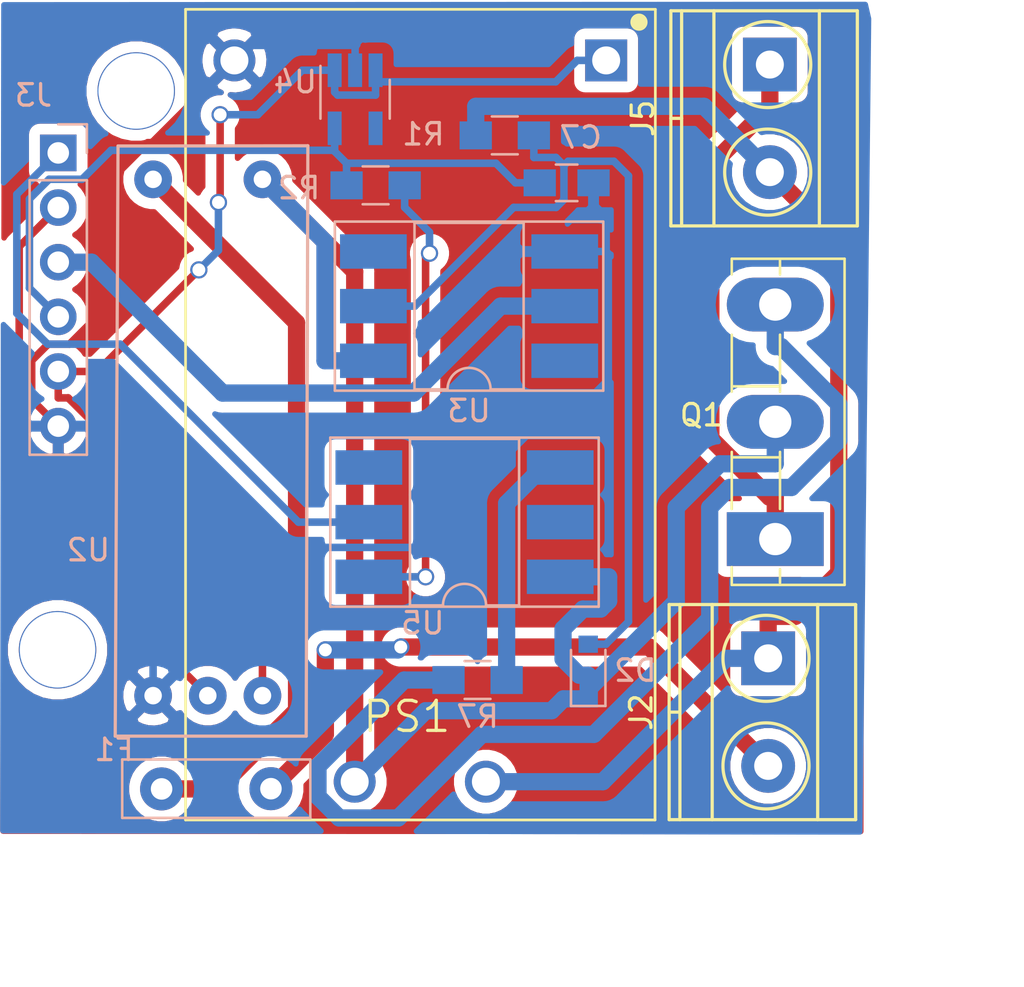
<source format=kicad_pcb>
(kicad_pcb (version 20171130) (host pcbnew 5.1.7-a382d34a8~88~ubuntu18.04.1)

  (general
    (thickness 1.6)
    (drawings 19)
    (tracks 177)
    (zones 0)
    (modules 17)
    (nets 21)
  )

  (page A4)
  (layers
    (0 F.Cu signal)
    (31 B.Cu signal)
    (32 B.Adhes user)
    (33 F.Adhes user)
    (34 B.Paste user)
    (35 F.Paste user)
    (36 B.SilkS user)
    (37 F.SilkS user)
    (38 B.Mask user)
    (39 F.Mask user)
    (40 Dwgs.User user)
    (41 Cmts.User user)
    (42 Eco1.User user)
    (43 Eco2.User user)
    (44 Edge.Cuts user)
    (45 Margin user)
    (46 B.CrtYd user)
    (47 F.CrtYd user)
    (48 B.Fab user)
    (49 F.Fab user)
  )

  (setup
    (last_trace_width 0.35)
    (trace_clearance 0.2)
    (zone_clearance 0.508)
    (zone_45_only no)
    (trace_min 0.2)
    (via_size 0.8)
    (via_drill 0.6)
    (via_min_size 0.4)
    (via_min_drill 0.3)
    (uvia_size 0.5)
    (uvia_drill 0.3)
    (uvias_allowed no)
    (uvia_min_size 0.2)
    (uvia_min_drill 0.1)
    (edge_width 0.1)
    (segment_width 0.2)
    (pcb_text_width 0.3)
    (pcb_text_size 1.5 1.5)
    (mod_edge_width 0.15)
    (mod_text_size 1 1)
    (mod_text_width 0.15)
    (pad_size 3.6 3.6)
    (pad_drill 3.5)
    (pad_to_mask_clearance 0)
    (aux_axis_origin 0 0)
    (visible_elements FFFFFF7F)
    (pcbplotparams
      (layerselection 0x331ff_ffffffff)
      (usegerberextensions true)
      (usegerberattributes false)
      (usegerberadvancedattributes false)
      (creategerberjobfile true)
      (excludeedgelayer true)
      (linewidth 0.100000)
      (plotframeref false)
      (viasonmask false)
      (mode 1)
      (useauxorigin false)
      (hpglpennumber 1)
      (hpglpenspeed 20)
      (hpglpendiameter 15.000000)
      (psnegative false)
      (psa4output false)
      (plotreference true)
      (plotvalue true)
      (plotinvisibletext false)
      (padsonsilk false)
      (subtractmaskfromsilk false)
      (outputformat 1)
      (mirror false)
      (drillshape 0)
      (scaleselection 1)
      (outputdirectory "Gerber_BackEnd_HeavyDevice_v4/"))
  )

  (net 0 "")
  (net 1 /5V)
  (net 2 /GND)
  (net 3 /3.3V)
  (net 4 /Mains_Live_In)
  (net 5 "Net-(D2-Pad2)")
  (net 6 /Mains_Neutral)
  (net 7 "Net-(F1-Pad2)")
  (net 8 /Opto_In)
  (net 9 /Energy_Sensor)
  (net 10 /DSW1)
  (net 11 /Out1)
  (net 12 "Net-(Q1-Pad3)")
  (net 13 "Net-(R2-Pad1)")
  (net 14 "Net-(R7-Pad2)")
  (net 15 /Mains_Live_Out)
  (net 16 "Net-(U3-Pad3)")
  (net 17 "Net-(U3-Pad6)")
  (net 18 "Net-(U4-Pad4)")
  (net 19 "Net-(U5-Pad3)")
  (net 20 "Net-(U5-Pad5)")

  (net_class Default "This is the default net class."
    (clearance 0.2)
    (trace_width 0.35)
    (via_dia 0.8)
    (via_drill 0.6)
    (uvia_dia 0.5)
    (uvia_drill 0.3)
    (diff_pair_width 0.3)
    (diff_pair_gap 0.25)
    (add_net /3.3V)
    (add_net /5V)
    (add_net /DSW1)
    (add_net /Energy_Sensor)
    (add_net /GND)
    (add_net "Net-(D2-Pad2)")
    (add_net "Net-(R2-Pad1)")
    (add_net "Net-(U3-Pad3)")
    (add_net "Net-(U3-Pad6)")
    (add_net "Net-(U4-Pad4)")
  )

  (net_class AC ""
    (clearance 0.3)
    (trace_width 0.8)
    (via_dia 0.8)
    (via_drill 0.6)
    (uvia_dia 0.5)
    (uvia_drill 0.3)
    (diff_pair_width 0.3)
    (diff_pair_gap 0.25)
    (add_net /Mains_Live_In)
    (add_net /Mains_Live_Out)
    (add_net /Mains_Neutral)
    (add_net /Opto_In)
    (add_net /Out1)
    (add_net "Net-(F1-Pad2)")
    (add_net "Net-(Q1-Pad3)")
    (add_net "Net-(R7-Pad2)")
    (add_net "Net-(U5-Pad3)")
    (add_net "Net-(U5-Pad5)")
  )

  (module Custom_Libraries:MountingHole_2.5mm (layer F.Cu) (tedit 611BBAD5) (tstamp 611BD3A1)
    (at 117.137 101.089)
    (descr "Mounting Hole 2.2mm, no annular, M2")
    (tags "mounting hole 2.2mm no annular m2")
    (fp_text reference M2 (at 0 -3.2) (layer F.SilkS) hide
      (effects (font (size 1 1) (thickness 0.15)))
    )
    (fp_text value MountingHole_2.1mm (at 0 3.2 unlocked) (layer F.Fab) hide
      (effects (font (size 1 1) (thickness 0.15)))
    )
    (fp_line (start 0 1.27) (end 0 -1.27) (layer Dwgs.User) (width 0.05))
    (fp_line (start -1.27 0) (end 1.27 0) (layer Dwgs.User) (width 0.05))
    (pad "" thru_hole circle (at 0 0) (size 3.6 3.6) (drill 3.5) (layers *.Cu *.Mask))
  )

  (module Custom_Libraries:MountingHole_2.5mm (layer F.Cu) (tedit 611BCB25) (tstamp 61100003)
    (at 113.624 129.634)
    (descr "Mounting Hole 2.2mm, no annular, M2")
    (tags "mounting hole 2.2mm no annular m2")
    (fp_text reference M1 (at 0 -3.2) (layer F.SilkS) hide
      (effects (font (size 1 1) (thickness 0.15)))
    )
    (fp_text value MountingHole_2.1mm (at 0 3.2 unlocked) (layer F.Fab) hide
      (effects (font (size 1 1) (thickness 0.15)))
    )
    (fp_line (start -1.27 0) (end 1.27 0) (layer Dwgs.User) (width 0.05))
    (fp_line (start 0 1.27) (end 0 -1.27) (layer Dwgs.User) (width 0.05))
    (pad "" thru_hole circle (at -0.14224 -2.57048) (size 3.6 3.6) (drill 3.5) (layers *.Cu *.Mask))
  )

  (module Custom_Libraries:ACS712 (layer B.Cu) (tedit 611BB970) (tstamp 5F79765C)
    (at 121.732 122.695 90)
    (path /5F6511EC)
    (fp_text reference U2 (at 0.267 -6.81732 180) (layer B.SilkS)
      (effects (font (size 1 1) (thickness 0.15)) (justify mirror))
    )
    (fp_text value ACS712 (at 5.8 -7.21 90) (layer B.Fab) hide
      (effects (font (size 1 1) (thickness 0.15)) (justify mirror))
    )
    (fp_line (start -8.382 3.302) (end -8.382 -5.57) (layer B.SilkS) (width 0.15))
    (fp_line (start 19.06 3.38) (end -8.382 3.302) (layer B.SilkS) (width 0.15))
    (fp_line (start 19.05 -5.44) (end 19.06 3.38) (layer B.SilkS) (width 0.15))
    (fp_line (start -8.382 -5.57) (end 19.05 -5.44) (layer B.SilkS) (width 0.15))
    (pad 5 thru_hole circle (at -6.5 -3.81 90) (size 1.75 1.75) (drill 0.8128) (layers *.Cu *.Mask)
      (net 2 /GND))
    (pad 3 thru_hole circle (at -6.5 1.27 90) (size 1.75 1.75) (drill 0.8128) (layers *.Cu *.Mask)
      (net 1 /5V))
    (pad 4 thru_hole circle (at -6.5 -1.27 90) (size 1.75 1.75) (drill 0.8128) (layers *.Cu *.Mask)
      (net 9 /Energy_Sensor))
    (pad 2 thru_hole circle (at 17.5 -3.81 90) (size 1.75 1.75) (drill 0.8128) (layers *.Cu *.Mask)
      (net 7 "Net-(F1-Pad2)"))
    (pad 1 thru_hole circle (at 17.5 1.27 90) (size 1.75 1.75) (drill 0.8128) (layers *.Cu *.Mask)
      (net 15 /Mains_Live_Out))
    (model Hall-Effect_Transducers_LEM.3dshapes/HX15_HallEffectCurrentTransducer.wrl
      (at (xyz 0 0 0))
      (scale (xyz 0.3937 0.3937 0.3937))
      (rotate (xyz 0 0 0))
    )
  )

  (module Custom_Libraries:GN27120BN (layer F.Cu) (tedit 611BB446) (tstamp 5F797563)
    (at 146.827 121.917 90)
    (descr "TO-264, Vertical, RM 5.45mm")
    (tags "TO-264 Vertical RM 5.45mm")
    (path /5F77F666)
    (fp_text reference Q1 (at 5.76072 -3.429) (layer F.SilkS)
      (effects (font (size 1 1) (thickness 0.15)))
    )
    (fp_text value BT136-500 (at 5.45 6.47 90) (layer F.Fab) hide
      (effects (font (size 1 1) (thickness 0.15)))
    )
    (fp_line (start 13.16 -2.5) (end -2.26 -2.5) (layer F.CrtYd) (width 0.05))
    (fp_line (start 13.16 3.35) (end 13.16 -2.5) (layer F.CrtYd) (width 0.05))
    (fp_line (start -2.26 3.35) (end 13.16 3.35) (layer F.CrtYd) (width 0.05))
    (fp_line (start -2.26 -2.5) (end -2.26 3.35) (layer F.CrtYd) (width 0.05))
    (fp_line (start 7.1 -2.021) (end 7.1 0.22) (layer F.SilkS) (width 0.12))
    (fp_line (start 3.8 -2.021) (end 3.8 0.22) (layer F.SilkS) (width 0.12))
    (fp_line (start 12.3 0.22) (end 12.954 0.22) (layer F.SilkS) (width 0.12))
    (fp_line (start 6.85 0.22) (end 9.5 0.22) (layer F.SilkS) (width 0.12))
    (fp_line (start 1.4 0.22) (end 4.051 0.22) (layer F.SilkS) (width 0.12))
    (fp_line (start -2.032 0.22) (end -1.4 0.22) (layer F.SilkS) (width 0.12))
    (fp_line (start 13.03 -2.021) (end 13.03 3.22) (layer F.SilkS) (width 0.12))
    (fp_line (start -2.13 -2.021) (end -2.13 3.22) (layer F.SilkS) (width 0.12))
    (fp_line (start -2.13 3.22) (end 13.03 3.22) (layer F.SilkS) (width 0.12))
    (fp_line (start 12.3 -2.021) (end 13.03 -2.021) (layer F.SilkS) (width 0.12))
    (fp_line (start 6.85 -2.021) (end 9.5 -2.021) (layer F.SilkS) (width 0.12))
    (fp_line (start 1.4 -2.021) (end 4.051 -2.021) (layer F.SilkS) (width 0.12))
    (fp_line (start -2.13 -2.021) (end -1.302 -2.021) (layer F.SilkS) (width 0.12))
    (fp_line (start 7.1 -1.9) (end 7.1 0.1) (layer F.Fab) (width 0.1))
    (fp_line (start 3.8 -1.9) (end 3.8 0.1) (layer F.Fab) (width 0.1))
    (fp_line (start -2.032 0.1) (end 12.954 0.1) (layer F.Fab) (width 0.1))
    (fp_line (start 12.91 -1.9) (end -2.01 -1.9) (layer F.Fab) (width 0.1))
    (fp_line (start 12.91 3.1) (end 12.91 -1.9) (layer F.Fab) (width 0.1))
    (fp_line (start -2.01 3.1) (end 12.91 3.1) (layer F.Fab) (width 0.1))
    (fp_line (start -2.01 -1.9) (end -2.01 3.1) (layer F.Fab) (width 0.1))
    (fp_text user %R (at 5.45 -3.02 90) (layer F.Fab) hide
      (effects (font (size 1 1) (thickness 0.15)))
    )
    (pad 1 thru_hole rect (at 0 0 90) (size 2.5 4.5) (drill 1.5) (layers *.Cu *.Mask)
      (net 11 /Out1))
    (pad 2 thru_hole oval (at 5.45 0 90) (size 2.5 4.5) (drill 1.5) (layers *.Cu *.Mask)
      (net 15 /Mains_Live_Out))
    (pad 3 thru_hole oval (at 10.9 0 90) (size 2.5 4.5) (drill 1.5) (layers *.Cu *.Mask)
      (net 12 "Net-(Q1-Pad3)"))
    (model ${KISYS3DMOD}/TO_SOT_Packages_THT.3dshapes/TO-264_Vertical.wrl
      (at (xyz 0 0 0))
      (scale (xyz 0.393701 0.393701 0.393701))
      (rotate (xyz 0 0 0))
    )
  )

  (module Fuse_Holders_and_Fuses:Fuse_TE5_Littlefuse-395Series (layer B.Cu) (tedit 611BB266) (tstamp 5F7974DA)
    (at 123.396 133.52 180)
    (descr "Fuse, TE5, Littlefuse/Wickmann, No. 460, No560,")
    (tags "Fuse TE5 Littlefuse/Wickmann No. 460 No560 ")
    (path /5F656F09)
    (fp_text reference F1 (at 7.2926 1.8083 180) (layer B.SilkS)
      (effects (font (size 1 1) (thickness 0.15)) (justify mirror))
    )
    (fp_text value Fuse_Small (at 2.35 -2.338 180) (layer B.Fab) hide
      (effects (font (size 1 1) (thickness 0.15)) (justify mirror))
    )
    (fp_line (start 6.91 -1.358) (end -1.83 -1.358) (layer B.SilkS) (width 0.12))
    (fp_line (start 6.91 -1.358) (end 6.91 1.358) (layer B.SilkS) (width 0.12))
    (fp_line (start -1.83 1.358) (end -1.83 -1.358) (layer B.SilkS) (width 0.12))
    (fp_line (start -1.83 1.358) (end 6.91 1.358) (layer B.SilkS) (width 0.12))
    (fp_line (start 7.04 -1.488) (end -1.96 -1.488) (layer B.CrtYd) (width 0.05))
    (fp_line (start 7.04 -1.488) (end 7.04 1.488) (layer B.CrtYd) (width 0.05))
    (fp_line (start -1.96 1.488) (end -1.96 -1.488) (layer B.CrtYd) (width 0.05))
    (fp_line (start -1.96 1.488) (end 7.04 1.488) (layer B.CrtYd) (width 0.05))
    (fp_line (start -1.71 1.238) (end -1.71 -1.238) (layer B.Fab) (width 0.1))
    (fp_line (start 6.79 1.238) (end -1.71 1.238) (layer B.Fab) (width 0.1))
    (fp_line (start 6.79 -1.238) (end 6.79 1.238) (layer B.Fab) (width 0.1))
    (fp_line (start -1.71 -1.238) (end 6.79 -1.238) (layer B.Fab) (width 0.1))
    (pad 2 thru_hole circle (at 5.08 -0.01 180) (size 2 2) (drill 1) (layers *.Cu *.Mask)
      (net 7 "Net-(F1-Pad2)"))
    (pad 1 thru_hole circle (at 0 0 180) (size 2 2) (drill 1) (layers *.Cu *.Mask)
      (net 4 /Mains_Live_In))
  )

  (module Custom_Libraries:TerminalBlock_Phoenix_MKDS1.5-2pol (layer F.Cu) (tedit 611BADBA) (tstamp 5F797543)
    (at 146.576 99.8601 270)
    (descr "2-way 5mm pitch terminal block, Phoenix MKDS series")
    (path /5F97D0BF)
    (fp_text reference J5 (at 2.5 5.9 270) (layer F.SilkS)
      (effects (font (size 1 1) (thickness 0.15)))
    )
    (fp_text value Screw_Terminal_01x02 (at 2.5 -6.6 270) (layer F.Fab) hide
      (effects (font (size 1 1) (thickness 0.15)))
    )
    (fp_circle (center 0 0.1) (end 2 0.1) (layer F.SilkS) (width 0.15))
    (fp_circle (center 5 0.1) (end 3 0.1) (layer F.SilkS) (width 0.15))
    (fp_line (start -2.5 -4.064) (end -2.5 4.6) (layer F.SilkS) (width 0.15))
    (fp_line (start 7.5 -4.064) (end -2.5 -4.064) (layer F.SilkS) (width 0.15))
    (fp_line (start 7.5 4.6) (end 7.5 -4.064) (layer F.SilkS) (width 0.15))
    (fp_line (start -2.5 4.6) (end 7.5 4.6) (layer F.SilkS) (width 0.15))
    (fp_line (start -2.5 4.1) (end 7.5 4.1) (layer F.SilkS) (width 0.15))
    (fp_line (start -2.5 -2.3) (end 7.5 -2.3) (layer F.SilkS) (width 0.15))
    (fp_line (start -2.5 2.6) (end 7.5 2.6) (layer F.SilkS) (width 0.15))
    (fp_line (start 2.5 4.1) (end 2.5 4.6) (layer F.SilkS) (width 0.15))
    (fp_line (start 7.7 -4.318) (end 7.7 4.8) (layer F.CrtYd) (width 0.05))
    (fp_line (start 7.7 4.8) (end -2.7 4.8) (layer F.CrtYd) (width 0.05))
    (fp_line (start -2.7 4.8) (end -2.7 -4.318) (layer F.CrtYd) (width 0.05))
    (fp_line (start -2.7 -4.318) (end 7.7 -4.318) (layer F.CrtYd) (width 0.05))
    (fp_text user %R (at 2.5 0 270) (layer F.Fab) hide
      (effects (font (size 1 1) (thickness 0.15)))
    )
    (pad 1 thru_hole rect (at 0 0 270) (size 2.5 2.5) (drill 1.3) (layers *.Cu *.Mask)
      (net 11 /Out1))
    (pad 2 thru_hole circle (at 5 0 270) (size 2.5 2.5) (drill 1.3) (layers *.Cu *.Mask)
      (net 6 /Mains_Neutral))
    (model ${KISYS3DMOD}/TerminalBlock_Phoenix.3dshapes/TerminalBlock_Phoenix_MKDS1.5-2pol.wrl
      (offset (xyz 2.499359962463379 0 0))
      (scale (xyz 1 1 1))
      (rotate (xyz 0 0 0))
    )
  )

  (module Custom_Libraries:TerminalBlock_Phoenix_MKDS1.5-2pol (layer F.Cu) (tedit 611BADBA) (tstamp 5F797513)
    (at 146.497 127.46 270)
    (descr "2-way 5mm pitch terminal block, Phoenix MKDS series")
    (path /5F66980C)
    (fp_text reference J2 (at 2.5 5.9 90) (layer F.SilkS)
      (effects (font (size 1 1) (thickness 0.15)))
    )
    (fp_text value Screw_Terminal_01x02 (at 2.5 -6.6 90) (layer F.Fab) hide
      (effects (font (size 1 1) (thickness 0.15)))
    )
    (fp_circle (center 0 0.1) (end 2 0.1) (layer F.SilkS) (width 0.15))
    (fp_circle (center 5 0.1) (end 3 0.1) (layer F.SilkS) (width 0.15))
    (fp_line (start -2.5 -4.064) (end -2.5 4.6) (layer F.SilkS) (width 0.15))
    (fp_line (start 7.5 -4.064) (end -2.5 -4.064) (layer F.SilkS) (width 0.15))
    (fp_line (start 7.5 4.6) (end 7.5 -4.064) (layer F.SilkS) (width 0.15))
    (fp_line (start -2.5 4.6) (end 7.5 4.6) (layer F.SilkS) (width 0.15))
    (fp_line (start -2.5 4.1) (end 7.5 4.1) (layer F.SilkS) (width 0.15))
    (fp_line (start -2.5 -2.3) (end 7.5 -2.3) (layer F.SilkS) (width 0.15))
    (fp_line (start -2.5 2.6) (end 7.5 2.6) (layer F.SilkS) (width 0.15))
    (fp_line (start 2.5 4.1) (end 2.5 4.6) (layer F.SilkS) (width 0.15))
    (fp_line (start 7.7 -4.318) (end 7.7 4.8) (layer F.CrtYd) (width 0.05))
    (fp_line (start 7.7 4.8) (end -2.7 4.8) (layer F.CrtYd) (width 0.05))
    (fp_line (start -2.7 4.8) (end -2.7 -4.318) (layer F.CrtYd) (width 0.05))
    (fp_line (start -2.7 -4.318) (end 7.7 -4.318) (layer F.CrtYd) (width 0.05))
    (fp_text user %R (at 2.5 0 90) (layer F.Fab) hide
      (effects (font (size 1 1) (thickness 0.15)))
    )
    (pad 1 thru_hole rect (at 0 0 270) (size 2.5 2.5) (drill 1.3) (layers *.Cu *.Mask)
      (net 6 /Mains_Neutral))
    (pad 2 thru_hole circle (at 5 0 270) (size 2.5 2.5) (drill 1.3) (layers *.Cu *.Mask)
      (net 4 /Mains_Live_In))
    (model ${KISYS3DMOD}/TerminalBlock_Phoenix.3dshapes/TerminalBlock_Phoenix_MKDS1.5-2pol.wrl
      (offset (xyz 2.499359962463379 0 0))
      (scale (xyz 1 1 1))
      (rotate (xyz 0 0 0))
    )
  )

  (module Diodes_SMD:D_0805 (layer B.Cu) (tedit 610BD9FD) (tstamp 5F797408)
    (at 138.136 128.074 90)
    (descr "Diode SMD in 0805 package http://datasheets.avx.com/schottky.pdf")
    (tags "smd diode")
    (path /5F6922E0)
    (attr smd)
    (fp_text reference D2 (at 0.04826 2.18948) (layer B.SilkS)
      (effects (font (size 1 1) (thickness 0.15)) (justify mirror))
    )
    (fp_text value IN14007 (at 0 -1.7 90) (layer B.Fab) hide
      (effects (font (size 1 1) (thickness 0.15)) (justify mirror))
    )
    (fp_line (start -1.6 0.8) (end -1.6 -0.8) (layer B.SilkS) (width 0.12))
    (fp_line (start -1.7 -0.88) (end -1.7 0.88) (layer B.CrtYd) (width 0.05))
    (fp_line (start 1.7 -0.88) (end -1.7 -0.88) (layer B.CrtYd) (width 0.05))
    (fp_line (start 1.7 0.88) (end 1.7 -0.88) (layer B.CrtYd) (width 0.05))
    (fp_line (start -1.7 0.88) (end 1.7 0.88) (layer B.CrtYd) (width 0.05))
    (fp_line (start 0.2 0) (end 0.4 0) (layer B.Fab) (width 0.1))
    (fp_line (start -0.1 0) (end -0.3 0) (layer B.Fab) (width 0.1))
    (fp_line (start -0.1 0.2) (end -0.1 -0.2) (layer B.Fab) (width 0.1))
    (fp_line (start 0.2 -0.2) (end 0.2 0.2) (layer B.Fab) (width 0.1))
    (fp_line (start -0.1 0) (end 0.2 -0.2) (layer B.Fab) (width 0.1))
    (fp_line (start 0.2 0.2) (end -0.1 0) (layer B.Fab) (width 0.1))
    (fp_line (start -1 -0.65) (end -1 0.65) (layer B.Fab) (width 0.1))
    (fp_line (start 1 -0.65) (end -1 -0.65) (layer B.Fab) (width 0.1))
    (fp_line (start 1 0.65) (end 1 -0.65) (layer B.Fab) (width 0.1))
    (fp_line (start -1 0.65) (end 1 0.65) (layer B.Fab) (width 0.1))
    (fp_line (start -1.6 -0.8) (end 1 -0.8) (layer B.SilkS) (width 0.12))
    (fp_line (start -1.6 0.8) (end 1 0.8) (layer B.SilkS) (width 0.12))
    (fp_text user %R (at 0 1.6 90) (layer B.Fab) hide
      (effects (font (size 1 1) (thickness 0.15)) (justify mirror))
    )
    (pad 1 smd rect (at -1.27 0 90) (size 0.8 0.9) (layers B.Cu B.Paste B.Mask)
      (net 15 /Mains_Live_Out))
    (pad 2 smd rect (at 1.27 0 90) (size 0.8 0.9) (layers B.Cu B.Paste B.Mask)
      (net 5 "Net-(D2-Pad2)"))
    (model ${KISYS3DMOD}/Diodes_SMD.3dshapes/D_0805.wrl
      (at (xyz 0 0 0))
      (scale (xyz 1 1 1))
      (rotate (xyz 0 0 0))
    )
  )

  (module Custom_Libraries:277 (layer F.Cu) (tedit 60F85B08) (tstamp 60F858FD)
    (at 130.335 123.543 270)
    (path /60F8ACFB)
    (fp_text reference PS1 (at 6.62686 0.62484 180) (layer F.SilkS)
      (effects (font (size 1.4 1.4) (thickness 0.15)))
    )
    (fp_text value HLK-PM01 (at -2.1336 8.51662 90) (layer F.Fab) hide
      (effects (font (size 1.4 1.4) (thickness 0.15)))
    )
    (fp_line (start -26.25 10.906) (end -26.25 -10.922) (layer F.Fab) (width 0.127))
    (fp_line (start -26.25 -10.922) (end 11.43 -10.906) (layer F.Fab) (width 0.127))
    (fp_line (start 11.43 -10.906) (end 11.43 10.906) (layer F.Fab) (width 0.127))
    (fp_line (start 11.43 10.906) (end -26.25 10.906) (layer F.Fab) (width 0.127))
    (fp_line (start -26.25 10.906) (end -26.25 -10.922) (layer F.SilkS) (width 0.127))
    (fp_line (start -26.25 -10.922) (end 11.43 -10.906) (layer F.SilkS) (width 0.127))
    (fp_line (start 11.43 -10.906) (end 11.43 10.906) (layer F.SilkS) (width 0.127))
    (fp_line (start 11.43 10.906) (end -26.25 10.906) (layer F.SilkS) (width 0.127))
    (fp_line (start -26.5 11.176) (end -26.5 -11.176) (layer F.CrtYd) (width 0.05))
    (fp_line (start -26.5 -11.176) (end 11.684 -11.156) (layer F.CrtYd) (width 0.05))
    (fp_line (start 11.684 -11.156) (end 11.684 11.156) (layer F.CrtYd) (width 0.05))
    (fp_line (start 11.684 11.176) (end -26.5 11.156) (layer F.CrtYd) (width 0.05))
    (fp_circle (center -25.654 -10.16) (end -25.454 -10.16) (layer F.SilkS) (width 0.4))
    (fp_circle (center -25.654 -10.16) (end -25.454 -10.16) (layer F.Fab) (width 0.4))
    (pad 1 thru_hole circle (at 9.652 -3.048 270) (size 1.95 1.95) (drill 1.3) (layers *.Cu *.Mask)
      (net 6 /Mains_Neutral))
    (pad 4 thru_hole circle (at -23.876 8.636 270) (size 1.95 1.95) (drill 1.3) (layers *.Cu *.Mask)
      (net 2 /GND))
    (pad 2 thru_hole circle (at 9.652 3.048 270) (size 1.95 1.95) (drill 1.3) (layers *.Cu *.Mask)
      (net 15 /Mains_Live_Out))
    (pad 5 thru_hole rect (at -23.876 -8.636 270) (size 1.95 1.95) (drill 1.3) (layers *.Cu *.Mask)
      (net 1 /5V))
  )

  (module Capacitors_SMD:C_0805_HandSoldering (layer B.Cu) (tedit 58AA84A8) (tstamp 5F7973C1)
    (at 137.134 105.357 180)
    (descr "Capacitor SMD 0805, hand soldering")
    (tags "capacitor 0805")
    (path /5FB031C3)
    (attr smd)
    (fp_text reference C7 (at -0.65592 2.11108) (layer B.SilkS)
      (effects (font (size 1 1) (thickness 0.15)) (justify mirror))
    )
    (fp_text value 2.2uf (at 0 -1.75) (layer B.Fab) hide
      (effects (font (size 1 1) (thickness 0.15)) (justify mirror))
    )
    (fp_line (start 2.25 -0.87) (end -2.25 -0.87) (layer B.CrtYd) (width 0.05))
    (fp_line (start 2.25 -0.87) (end 2.25 0.88) (layer B.CrtYd) (width 0.05))
    (fp_line (start -2.25 0.88) (end -2.25 -0.87) (layer B.CrtYd) (width 0.05))
    (fp_line (start -2.25 0.88) (end 2.25 0.88) (layer B.CrtYd) (width 0.05))
    (fp_line (start -0.5 -0.85) (end 0.5 -0.85) (layer B.SilkS) (width 0.12))
    (fp_line (start 0.5 0.85) (end -0.5 0.85) (layer B.SilkS) (width 0.12))
    (fp_line (start -1 0.62) (end 1 0.62) (layer B.Fab) (width 0.1))
    (fp_line (start 1 0.62) (end 1 -0.62) (layer B.Fab) (width 0.1))
    (fp_line (start 1 -0.62) (end -1 -0.62) (layer B.Fab) (width 0.1))
    (fp_line (start -1 -0.62) (end -1 0.62) (layer B.Fab) (width 0.1))
    (fp_text user %R (at 0 1.75) (layer B.Fab) hide
      (effects (font (size 1 1) (thickness 0.15)) (justify mirror))
    )
    (pad 2 smd rect (at 1.25 0 180) (size 1.5 1.25) (layers B.Cu B.Paste B.Mask)
      (net 3 /3.3V))
    (pad 1 smd rect (at -1.25 0 180) (size 1.5 1.25) (layers B.Cu B.Paste B.Mask)
      (net 2 /GND))
    (model Capacitors_SMD.3dshapes/C_0805.wrl
      (at (xyz 0 0 0))
      (scale (xyz 1 1 1))
      (rotate (xyz 0 0 0))
    )
  )

  (module Resistors_SMD:R_0805_HandSoldering (layer B.Cu) (tedit 58E0A804) (tstamp 5F797587)
    (at 134.261 103.152 180)
    (descr "Resistor SMD 0805, hand soldering")
    (tags "resistor 0805")
    (path /5F6968FD)
    (attr smd)
    (fp_text reference R1 (at 3.78374 0.0534) (layer B.SilkS)
      (effects (font (size 1 1) (thickness 0.15)) (justify mirror))
    )
    (fp_text value 220K (at 0 -1.75) (layer B.Fab) hide
      (effects (font (size 1 1) (thickness 0.15)) (justify mirror))
    )
    (fp_line (start -1 -0.62) (end -1 0.62) (layer B.Fab) (width 0.1))
    (fp_line (start 1 -0.62) (end -1 -0.62) (layer B.Fab) (width 0.1))
    (fp_line (start 1 0.62) (end 1 -0.62) (layer B.Fab) (width 0.1))
    (fp_line (start -1 0.62) (end 1 0.62) (layer B.Fab) (width 0.1))
    (fp_line (start 0.6 -0.88) (end -0.6 -0.88) (layer B.SilkS) (width 0.12))
    (fp_line (start -0.6 0.88) (end 0.6 0.88) (layer B.SilkS) (width 0.12))
    (fp_line (start -2.35 0.9) (end 2.35 0.9) (layer B.CrtYd) (width 0.05))
    (fp_line (start -2.35 0.9) (end -2.35 -0.9) (layer B.CrtYd) (width 0.05))
    (fp_line (start 2.35 -0.9) (end 2.35 0.9) (layer B.CrtYd) (width 0.05))
    (fp_line (start 2.35 -0.9) (end -2.35 -0.9) (layer B.CrtYd) (width 0.05))
    (fp_text user %R (at 0 0) (layer B.Fab) hide
      (effects (font (size 0.5 0.5) (thickness 0.075)) (justify mirror))
    )
    (pad 1 smd rect (at -1.35 0 180) (size 1.5 1.3) (layers B.Cu B.Paste B.Mask)
      (net 5 "Net-(D2-Pad2)"))
    (pad 2 smd rect (at 1.35 0 180) (size 1.5 1.3) (layers B.Cu B.Paste B.Mask)
      (net 6 /Mains_Neutral))
    (model ${KISYS3DMOD}/Resistors_SMD.3dshapes/R_0805.wrl
      (at (xyz 0 0 0))
      (scale (xyz 1 1 1))
      (rotate (xyz 0 0 0))
    )
  )

  (module Resistors_SMD:R_0805_HandSoldering (layer B.Cu) (tedit 58E0A804) (tstamp 5F797598)
    (at 128.259 105.474 180)
    (descr "Resistor SMD 0805, hand soldering")
    (tags "resistor 0805")
    (path /5F76C623)
    (attr smd)
    (fp_text reference R2 (at 3.5577 -0.1265) (layer B.SilkS)
      (effects (font (size 1 1) (thickness 0.15)) (justify mirror))
    )
    (fp_text value 100E (at 0 -1.75) (layer B.Fab) hide
      (effects (font (size 1 1) (thickness 0.15)) (justify mirror))
    )
    (fp_line (start 2.35 -0.9) (end -2.35 -0.9) (layer B.CrtYd) (width 0.05))
    (fp_line (start 2.35 -0.9) (end 2.35 0.9) (layer B.CrtYd) (width 0.05))
    (fp_line (start -2.35 0.9) (end -2.35 -0.9) (layer B.CrtYd) (width 0.05))
    (fp_line (start -2.35 0.9) (end 2.35 0.9) (layer B.CrtYd) (width 0.05))
    (fp_line (start -0.6 0.88) (end 0.6 0.88) (layer B.SilkS) (width 0.12))
    (fp_line (start 0.6 -0.88) (end -0.6 -0.88) (layer B.SilkS) (width 0.12))
    (fp_line (start -1 0.62) (end 1 0.62) (layer B.Fab) (width 0.1))
    (fp_line (start 1 0.62) (end 1 -0.62) (layer B.Fab) (width 0.1))
    (fp_line (start 1 -0.62) (end -1 -0.62) (layer B.Fab) (width 0.1))
    (fp_line (start -1 -0.62) (end -1 0.62) (layer B.Fab) (width 0.1))
    (fp_text user %R (at 0 0) (layer B.Fab) hide
      (effects (font (size 0.5 0.5) (thickness 0.075)) (justify mirror))
    )
    (pad 2 smd rect (at 1.35 0 180) (size 1.5 1.3) (layers B.Cu B.Paste B.Mask)
      (net 3 /3.3V))
    (pad 1 smd rect (at -1.35 0 180) (size 1.5 1.3) (layers B.Cu B.Paste B.Mask)
      (net 13 "Net-(R2-Pad1)"))
    (model ${KISYS3DMOD}/Resistors_SMD.3dshapes/R_0805.wrl
      (at (xyz 0 0 0))
      (scale (xyz 1 1 1))
      (rotate (xyz 0 0 0))
    )
  )

  (module Resistors_SMD:R_0805_HandSoldering (layer B.Cu) (tedit 58E0A804) (tstamp 5F7975ED)
    (at 132.996 128.468)
    (descr "Resistor SMD 0805, hand soldering")
    (tags "resistor 0805")
    (path /5F787825)
    (attr smd)
    (fp_text reference R7 (at 0 1.7) (layer B.SilkS)
      (effects (font (size 1 1) (thickness 0.15)) (justify mirror))
    )
    (fp_text value 470E (at 0 -1.75) (layer B.Fab) hide
      (effects (font (size 1 1) (thickness 0.15)) (justify mirror))
    )
    (fp_line (start -1 -0.62) (end -1 0.62) (layer B.Fab) (width 0.1))
    (fp_line (start 1 -0.62) (end -1 -0.62) (layer B.Fab) (width 0.1))
    (fp_line (start 1 0.62) (end 1 -0.62) (layer B.Fab) (width 0.1))
    (fp_line (start -1 0.62) (end 1 0.62) (layer B.Fab) (width 0.1))
    (fp_line (start 0.6 -0.88) (end -0.6 -0.88) (layer B.SilkS) (width 0.12))
    (fp_line (start -0.6 0.88) (end 0.6 0.88) (layer B.SilkS) (width 0.12))
    (fp_line (start -2.35 0.9) (end 2.35 0.9) (layer B.CrtYd) (width 0.05))
    (fp_line (start -2.35 0.9) (end -2.35 -0.9) (layer B.CrtYd) (width 0.05))
    (fp_line (start 2.35 -0.9) (end 2.35 0.9) (layer B.CrtYd) (width 0.05))
    (fp_line (start 2.35 -0.9) (end -2.35 -0.9) (layer B.CrtYd) (width 0.05))
    (fp_text user %R (at 0 0) (layer B.Fab) hide
      (effects (font (size 0.5 0.5) (thickness 0.075)) (justify mirror))
    )
    (pad 1 smd rect (at -1.35 0) (size 1.5 1.3) (layers B.Cu B.Paste B.Mask)
      (net 12 "Net-(Q1-Pad3)"))
    (pad 2 smd rect (at 1.35 0) (size 1.5 1.3) (layers B.Cu B.Paste B.Mask)
      (net 14 "Net-(R7-Pad2)"))
    (model ${KISYS3DMOD}/Resistors_SMD.3dshapes/R_0805.wrl
      (at (xyz 0 0 0))
      (scale (xyz 1 1 1))
      (rotate (xyz 0 0 0))
    )
  )

  (module Housings_DIP:DIP-6_W8.89mm_SMDSocket_LongPads (layer B.Cu) (tedit 59C78D6B) (tstamp 5F79767E)
    (at 132.601 111.089)
    (descr "6-lead though-hole mounted DIP package, row spacing 8.89 mm (350 mils), SMDSocket, LongPads")
    (tags "THT DIP DIL PDIP 2.54mm 8.89mm 350mil SMDSocket LongPads")
    (path /5F6907F0)
    (attr smd)
    (fp_text reference U3 (at 0 4.87) (layer B.SilkS)
      (effects (font (size 1 1) (thickness 0.15)) (justify mirror))
    )
    (fp_text value 4N35 (at 0 -4.87) (layer B.Fab) hide
      (effects (font (size 1 1) (thickness 0.15)) (justify mirror))
    )
    (fp_line (start -2.175 3.81) (end 3.175 3.81) (layer B.Fab) (width 0.1))
    (fp_line (start 3.175 3.81) (end 3.175 -3.81) (layer B.Fab) (width 0.1))
    (fp_line (start 3.175 -3.81) (end -3.175 -3.81) (layer B.Fab) (width 0.1))
    (fp_line (start -3.175 -3.81) (end -3.175 2.81) (layer B.Fab) (width 0.1))
    (fp_line (start -3.175 2.81) (end -2.175 3.81) (layer B.Fab) (width 0.1))
    (fp_line (start -5.08 3.87) (end -5.08 -3.87) (layer B.Fab) (width 0.1))
    (fp_line (start -5.08 -3.87) (end 5.08 -3.87) (layer B.Fab) (width 0.1))
    (fp_line (start 5.08 -3.87) (end 5.08 3.87) (layer B.Fab) (width 0.1))
    (fp_line (start 5.08 3.87) (end -5.08 3.87) (layer B.Fab) (width 0.1))
    (fp_line (start -1 3.87) (end -2.535 3.87) (layer B.SilkS) (width 0.12))
    (fp_line (start -2.535 3.87) (end -2.535 -3.87) (layer B.SilkS) (width 0.12))
    (fp_line (start -2.535 -3.87) (end 2.535 -3.87) (layer B.SilkS) (width 0.12))
    (fp_line (start 2.535 -3.87) (end 2.535 3.87) (layer B.SilkS) (width 0.12))
    (fp_line (start 2.535 3.87) (end 1 3.87) (layer B.SilkS) (width 0.12))
    (fp_line (start -6.235 3.93) (end -6.235 -3.93) (layer B.SilkS) (width 0.12))
    (fp_line (start -6.235 -3.93) (end 6.235 -3.93) (layer B.SilkS) (width 0.12))
    (fp_line (start 6.235 -3.93) (end 6.235 3.93) (layer B.SilkS) (width 0.12))
    (fp_line (start 6.235 3.93) (end -6.235 3.93) (layer B.SilkS) (width 0.12))
    (fp_line (start -6.25 4.15) (end -6.25 -4.15) (layer B.CrtYd) (width 0.05))
    (fp_line (start -6.25 -4.15) (end 6.25 -4.15) (layer B.CrtYd) (width 0.05))
    (fp_line (start 6.25 -4.15) (end 6.25 4.15) (layer B.CrtYd) (width 0.05))
    (fp_line (start 6.25 4.15) (end -6.25 4.15) (layer B.CrtYd) (width 0.05))
    (fp_arc (start 0 3.87) (end -1 3.87) (angle 180) (layer B.SilkS) (width 0.12))
    (fp_text user %R (at 0 0) (layer B.Fab) hide
      (effects (font (size 1 1) (thickness 0.15)) (justify mirror))
    )
    (pad 1 smd rect (at -4.445 2.54) (size 3.1 1.6) (layers B.Cu B.Paste B.Mask)
      (net 15 /Mains_Live_Out))
    (pad 4 smd rect (at 4.445 -2.54) (size 3.1 1.6) (layers B.Cu B.Paste B.Mask)
      (net 2 /GND))
    (pad 2 smd rect (at -4.445 0) (size 3.1 1.6) (layers B.Cu B.Paste B.Mask)
      (net 5 "Net-(D2-Pad2)"))
    (pad 5 smd rect (at 4.445 0) (size 3.1 1.6) (layers B.Cu B.Paste B.Mask)
      (net 8 /Opto_In))
    (pad 3 smd rect (at -4.445 -2.54) (size 3.1 1.6) (layers B.Cu B.Paste B.Mask)
      (net 16 "Net-(U3-Pad3)"))
    (pad 6 smd rect (at 4.445 2.54) (size 3.1 1.6) (layers B.Cu B.Paste B.Mask)
      (net 17 "Net-(U3-Pad6)"))
    (model ${KISYS3DMOD}/Housings_DIP.3dshapes/DIP-6_W8.89mm_SMDSocket.wrl
      (at (xyz 0 0 0))
      (scale (xyz 1 1 1))
      (rotate (xyz 0 0 0))
    )
  )

  (module TO_SOT_Packages_SMD:SOT-23-5_HandSoldering (layer B.Cu) (tedit 58CE4E7E) (tstamp 5F797693)
    (at 127.307 101.474 270)
    (descr "5-pin SOT23 package")
    (tags "SOT-23-5 hand-soldering")
    (path /5F678A39)
    (attr smd)
    (fp_text reference U4 (at -0.80364 2.78096 180) (layer B.SilkS)
      (effects (font (size 1 1) (thickness 0.15)) (justify mirror))
    )
    (fp_text value AP2112K-3.3 (at 0 -2.9 90) (layer B.Fab) hide
      (effects (font (size 1 1) (thickness 0.15)) (justify mirror))
    )
    (fp_line (start 2.38 -1.8) (end -2.38 -1.8) (layer B.CrtYd) (width 0.05))
    (fp_line (start 2.38 -1.8) (end 2.38 1.8) (layer B.CrtYd) (width 0.05))
    (fp_line (start -2.38 1.8) (end -2.38 -1.8) (layer B.CrtYd) (width 0.05))
    (fp_line (start -2.38 1.8) (end 2.38 1.8) (layer B.CrtYd) (width 0.05))
    (fp_line (start 0.9 1.55) (end 0.9 -1.55) (layer B.Fab) (width 0.1))
    (fp_line (start 0.9 -1.55) (end -0.9 -1.55) (layer B.Fab) (width 0.1))
    (fp_line (start -0.9 0.9) (end -0.9 -1.55) (layer B.Fab) (width 0.1))
    (fp_line (start 0.9 1.55) (end -0.25 1.55) (layer B.Fab) (width 0.1))
    (fp_line (start -0.9 0.9) (end -0.25 1.55) (layer B.Fab) (width 0.1))
    (fp_line (start 0.9 1.61) (end -1.55 1.61) (layer B.SilkS) (width 0.12))
    (fp_line (start -0.9 -1.61) (end 0.9 -1.61) (layer B.SilkS) (width 0.12))
    (fp_text user %R (at 0 0 180) (layer B.Fab) hide
      (effects (font (size 0.5 0.5) (thickness 0.075)) (justify mirror))
    )
    (pad 5 smd rect (at 1.35 0.95 270) (size 1.56 0.65) (layers B.Cu B.Paste B.Mask)
      (net 3 /3.3V))
    (pad 4 smd rect (at 1.35 -0.95 270) (size 1.56 0.65) (layers B.Cu B.Paste B.Mask)
      (net 18 "Net-(U4-Pad4)"))
    (pad 3 smd rect (at -1.35 -0.95 270) (size 1.56 0.65) (layers B.Cu B.Paste B.Mask)
      (net 1 /5V))
    (pad 2 smd rect (at -1.35 0 270) (size 1.56 0.65) (layers B.Cu B.Paste B.Mask)
      (net 2 /GND))
    (pad 1 smd rect (at -1.35 0.95 270) (size 1.56 0.65) (layers B.Cu B.Paste B.Mask)
      (net 1 /5V))
    (model ${KISYS3DMOD}/TO_SOT_Packages_SMD.3dshapes\SOT-23-5.wrl
      (at (xyz 0 0 0))
      (scale (xyz 1 1 1))
      (rotate (xyz 0 0 0))
    )
  )

  (module Housings_DIP:DIP-6_W8.89mm_SMDSocket_LongPads (layer B.Cu) (tedit 59C78D6B) (tstamp 5F7976B5)
    (at 132.39 121.13)
    (descr "6-lead though-hole mounted DIP package, row spacing 8.89 mm (350 mils), SMDSocket, LongPads")
    (tags "THT DIP DIL PDIP 2.54mm 8.89mm 350mil SMDSocket LongPads")
    (path /5F759D7C)
    (attr smd)
    (fp_text reference U5 (at -1.94068 4.69906) (layer B.SilkS)
      (effects (font (size 1 1) (thickness 0.15)) (justify mirror))
    )
    (fp_text value MOC3021 (at 0 -4.87) (layer B.Fab) hide
      (effects (font (size 1 1) (thickness 0.15)) (justify mirror))
    )
    (fp_line (start 6.25 4.15) (end -6.25 4.15) (layer B.CrtYd) (width 0.05))
    (fp_line (start 6.25 -4.15) (end 6.25 4.15) (layer B.CrtYd) (width 0.05))
    (fp_line (start -6.25 -4.15) (end 6.25 -4.15) (layer B.CrtYd) (width 0.05))
    (fp_line (start -6.25 4.15) (end -6.25 -4.15) (layer B.CrtYd) (width 0.05))
    (fp_line (start 6.235 3.93) (end -6.235 3.93) (layer B.SilkS) (width 0.12))
    (fp_line (start 6.235 -3.93) (end 6.235 3.93) (layer B.SilkS) (width 0.12))
    (fp_line (start -6.235 -3.93) (end 6.235 -3.93) (layer B.SilkS) (width 0.12))
    (fp_line (start -6.235 3.93) (end -6.235 -3.93) (layer B.SilkS) (width 0.12))
    (fp_line (start 2.535 3.87) (end 1 3.87) (layer B.SilkS) (width 0.12))
    (fp_line (start 2.535 -3.87) (end 2.535 3.87) (layer B.SilkS) (width 0.12))
    (fp_line (start -2.535 -3.87) (end 2.535 -3.87) (layer B.SilkS) (width 0.12))
    (fp_line (start -2.535 3.87) (end -2.535 -3.87) (layer B.SilkS) (width 0.12))
    (fp_line (start -1 3.87) (end -2.535 3.87) (layer B.SilkS) (width 0.12))
    (fp_line (start 5.08 3.87) (end -5.08 3.87) (layer B.Fab) (width 0.1))
    (fp_line (start 5.08 -3.87) (end 5.08 3.87) (layer B.Fab) (width 0.1))
    (fp_line (start -5.08 -3.87) (end 5.08 -3.87) (layer B.Fab) (width 0.1))
    (fp_line (start -5.08 3.87) (end -5.08 -3.87) (layer B.Fab) (width 0.1))
    (fp_line (start -3.175 2.81) (end -2.175 3.81) (layer B.Fab) (width 0.1))
    (fp_line (start -3.175 -3.81) (end -3.175 2.81) (layer B.Fab) (width 0.1))
    (fp_line (start 3.175 -3.81) (end -3.175 -3.81) (layer B.Fab) (width 0.1))
    (fp_line (start 3.175 3.81) (end 3.175 -3.81) (layer B.Fab) (width 0.1))
    (fp_line (start -2.175 3.81) (end 3.175 3.81) (layer B.Fab) (width 0.1))
    (fp_text user %R (at 0.393759 -0.879599) (layer B.Fab) hide
      (effects (font (size 1 1) (thickness 0.15)) (justify mirror))
    )
    (fp_arc (start 0 3.87) (end -1 3.87) (angle 180) (layer B.SilkS) (width 0.12))
    (pad 6 smd rect (at 4.445 2.54) (size 3.1 1.6) (layers B.Cu B.Paste B.Mask)
      (net 15 /Mains_Live_Out))
    (pad 3 smd rect (at -4.445 -2.54) (size 3.1 1.6) (layers B.Cu B.Paste B.Mask)
      (net 19 "Net-(U5-Pad3)"))
    (pad 5 smd rect (at 4.445 0) (size 3.1 1.6) (layers B.Cu B.Paste B.Mask)
      (net 20 "Net-(U5-Pad5)"))
    (pad 2 smd rect (at -4.445 0) (size 3.1 1.6) (layers B.Cu B.Paste B.Mask)
      (net 10 /DSW1))
    (pad 4 smd rect (at 4.445 -2.54) (size 3.1 1.6) (layers B.Cu B.Paste B.Mask)
      (net 14 "Net-(R7-Pad2)"))
    (pad 1 smd rect (at -4.445 2.54) (size 3.1 1.6) (layers B.Cu B.Paste B.Mask)
      (net 13 "Net-(R2-Pad1)"))
    (model ${KISYS3DMOD}/Housings_DIP.3dshapes/DIP-6_W8.89mm_SMDSocket.wrl
      (at (xyz 0 0 0))
      (scale (xyz 1 1 1))
      (rotate (xyz 0 0 0))
    )
  )

  (module Pin_Headers:PinHeader_1x06_P2.54mm_Vertical (layer B.Cu) (tedit 59FED5CC) (tstamp 60F858E7)
    (at 113.515 103.967 180)
    (descr "Through hole straight pin header, 1x06, 2.54mm pitch, single row")
    (tags "Through hole pin header THT 1x06 2.54mm single row")
    (path /6111B526)
    (fp_text reference J3 (at 1.15316 2.67716) (layer B.SilkS)
      (effects (font (size 1 1) (thickness 0.15)) (justify mirror))
    )
    (fp_text value Conn_01x06_Female (at 0 -15.03 180) (layer B.Fab) hide
      (effects (font (size 1 1) (thickness 0.15)) (justify mirror))
    )
    (fp_line (start -0.635 1.27) (end 1.27 1.27) (layer B.Fab) (width 0.1))
    (fp_line (start 1.27 1.27) (end 1.27 -13.97) (layer B.Fab) (width 0.1))
    (fp_line (start 1.27 -13.97) (end -1.27 -13.97) (layer B.Fab) (width 0.1))
    (fp_line (start -1.27 -13.97) (end -1.27 0.635) (layer B.Fab) (width 0.1))
    (fp_line (start -1.27 0.635) (end -0.635 1.27) (layer B.Fab) (width 0.1))
    (fp_line (start -1.33 -14.03) (end 1.33 -14.03) (layer B.SilkS) (width 0.12))
    (fp_line (start -1.33 -1.27) (end -1.33 -14.03) (layer B.SilkS) (width 0.12))
    (fp_line (start 1.33 -1.27) (end 1.33 -14.03) (layer B.SilkS) (width 0.12))
    (fp_line (start -1.33 -1.27) (end 1.33 -1.27) (layer B.SilkS) (width 0.12))
    (fp_line (start -1.33 0) (end -1.33 1.33) (layer B.SilkS) (width 0.12))
    (fp_line (start -1.33 1.33) (end 0 1.33) (layer B.SilkS) (width 0.12))
    (fp_line (start -1.8 1.8) (end -1.8 -14.5) (layer B.CrtYd) (width 0.05))
    (fp_line (start -1.8 -14.5) (end 1.8 -14.5) (layer B.CrtYd) (width 0.05))
    (fp_line (start 1.8 -14.5) (end 1.8 1.8) (layer B.CrtYd) (width 0.05))
    (fp_line (start 1.8 1.8) (end -1.8 1.8) (layer B.CrtYd) (width 0.05))
    (fp_text user %R (at 0 -6.35 90) (layer B.Fab) hide
      (effects (font (size 1 1) (thickness 0.15)) (justify mirror))
    )
    (pad 1 thru_hole rect (at 0 0 180) (size 1.7 1.7) (drill 1) (layers *.Cu *.Mask)
      (net 10 /DSW1))
    (pad 2 thru_hole oval (at 0 -2.54 180) (size 1.7 1.7) (drill 1) (layers *.Cu *.Mask)
      (net 9 /Energy_Sensor))
    (pad 3 thru_hole oval (at 0 -5.08 180) (size 1.7 1.7) (drill 1) (layers *.Cu *.Mask)
      (net 8 /Opto_In))
    (pad 4 thru_hole oval (at 0 -7.62 180) (size 1.7 1.7) (drill 1) (layers *.Cu *.Mask)
      (net 3 /3.3V))
    (pad 5 thru_hole oval (at 0 -10.16 180) (size 1.7 1.7) (drill 1) (layers *.Cu *.Mask)
      (net 1 /5V))
    (pad 6 thru_hole oval (at 0 -12.7 180) (size 1.7 1.7) (drill 1) (layers *.Cu *.Mask)
      (net 2 /GND))
    (model ${KISYS3DMOD}/Connector_PinHeader_2.54mm.3dshapes/PinHeader_1x06_P2.54mm_Vertical.wrl
      (at (xyz 0 0 0))
      (scale (xyz 1 1 1))
      (rotate (xyz 0 0 0))
    )
  )

  (dimension 39.923763 (width 0.15) (layer Dwgs.User)
    (gr_text "39.924 mm" (at 130.998989 143.355842 0.08384030972) (layer Dwgs.User)
      (effects (font (size 1 1) (thickness 0.15)))
    )
    (feature1 (pts (xy 111.03102 139.20978) (xy 111.036085 142.671473)))
    (feature2 (pts (xy 150.95474 139.15136) (xy 150.959805 142.613053)))
    (crossbar (pts (xy 150.958947 142.026633) (xy 111.035227 142.085053)))
    (arrow1a (pts (xy 111.035227 142.085053) (xy 112.160871 141.496984)))
    (arrow1b (pts (xy 111.035227 142.085053) (xy 112.162588 142.669825)))
    (arrow2a (pts (xy 150.958947 142.026633) (xy 149.831586 141.441861)))
    (arrow2b (pts (xy 150.958947 142.026633) (xy 149.833303 142.614702)))
  )
  (dimension 38.676628 (width 0.15) (layer Dwgs.User)
    (gr_text "38.677 mm" (at 157.040127 116.405344 89.90969347) (layer Dwgs.User)
      (effects (font (size 1 1) (thickness 0.15)))
    )
    (feature1 (pts (xy 154.85364 97.06356) (xy 156.357029 97.06593)))
    (feature2 (pts (xy 154.79268 135.74014) (xy 156.296069 135.74251)))
    (crossbar (pts (xy 155.709649 135.741585) (xy 155.770609 97.065005)))
    (arrow1a (pts (xy 155.770609 97.065005) (xy 156.355253 98.192432)))
    (arrow1b (pts (xy 155.770609 97.065005) (xy 155.182413 98.190583)))
    (arrow2a (pts (xy 155.709649 135.741585) (xy 156.297845 134.616007)))
    (arrow2b (pts (xy 155.709649 135.741585) (xy 155.125005 134.614158)))
  )
  (gr_text Energy_Sensor (at 117.29466 106.47172) (layer Dwgs.User) (tstamp 611BCF17)
    (effects (font (size 0.6 0.5) (thickness 0.1)) (justify mirror))
  )
  (gr_text Opto-In (at 116.13134 109.09554) (layer Dwgs.User) (tstamp 611BCF08)
    (effects (font (size 0.6 0.5) (thickness 0.1)) (justify mirror))
  )
  (gr_text 3.3V (at 115.4176 111.7854) (layer Dwgs.User) (tstamp 611BCF03)
    (effects (font (size 0.6 0.5) (thickness 0.1)) (justify mirror))
  )
  (gr_text 5V (at 115.10264 114.2238) (layer Dwgs.User) (tstamp 611BCEFE)
    (effects (font (size 0.6 0.5) (thickness 0.1)) (justify mirror))
  )
  (gr_text GND (at 115.32616 116.76888) (layer Dwgs.User) (tstamp 611BCEF9)
    (effects (font (size 0.6 0.5) (thickness 0.1)) (justify mirror))
  )
  (gr_text DSW (at 115.4176 104.13238) (layer Dwgs.User)
    (effects (font (size 0.6 0.5) (thickness 0.1)) (justify mirror))
  )
  (gr_arc (start 112.40622 134.15726) (end 115.8113 135.60552) (angle -136.949683) (layer Margin) (width 0.15))
  (gr_line (start 111.67872 97.00006) (end 110.8837 97.00006) (layer Margin) (width 0.15))
  (gr_line (start 118.37924 98.97364) (end 118.38178 96.93402) (layer Margin) (width 0.15))
  (gr_line (start 111.6711 98.97618) (end 118.37924 98.97364) (layer Margin) (width 0.15))
  (gr_line (start 111.67872 97.00006) (end 111.6711 98.97618) (layer Margin) (width 0.15))
  (gr_text BackEnd_HeavyDevice_v4 (at 143.78686 116.25834 90) (layer Dwgs.User)
    (effects (font (size 0.8 0.8) (thickness 0.1)) (justify mirror))
  )
  (gr_text "Hukam Tehnologies" (at 142.23492 116.39296 90) (layer Dwgs.User)
    (effects (font (size 1.5 1) (thickness 0.15)) (justify mirror))
  )
  (gr_line (start 150.9903 97.0661) (end 118.38178 96.93402) (layer Margin) (width 0.15))
  (gr_line (start 150.85314 135.65632) (end 150.9903 97.0661) (layer Margin) (width 0.15))
  (gr_line (start 115.8113 135.60552) (end 150.85314 135.65632) (layer Margin) (width 0.15))
  (gr_line (start 110.88624 97.00006) (end 110.906583 130.774492) (layer Margin) (width 0.15))

  (segment (start 138.971 99.667) (end 137.6207 99.667) (width 0.35) (layer B.Cu) (net 1))
  (segment (start 128.257 100.6628) (end 136.6249 100.6628) (width 0.35) (layer B.Cu) (net 1))
  (segment (start 136.6249 100.6628) (end 137.6207 99.667) (width 0.35) (layer B.Cu) (net 1))
  (segment (start 128.257 100.6628) (end 128.257 101.2793) (width 0.35) (layer B.Cu) (net 1))
  (segment (start 128.257 100.124) (end 128.257 100.6628) (width 0.35) (layer B.Cu) (net 1))
  (segment (start 126.357 101.1417) (end 126.4946 101.2793) (width 0.35) (layer B.Cu) (net 1))
  (segment (start 126.4946 101.2793) (end 128.257 101.2793) (width 0.35) (layer B.Cu) (net 1))
  (segment (start 113.515 114.127) (end 113.515 115.3523) (width 0.35) (layer F.Cu) (net 1))
  (segment (start 113.515 115.3523) (end 113.9745 115.3523) (width 0.35) (layer F.Cu) (net 1))
  (segment (start 113.9745 115.3523) (end 123.002 124.3798) (width 0.35) (layer F.Cu) (net 1))
  (segment (start 123.002 124.3798) (end 123.002 129.195) (width 0.35) (layer F.Cu) (net 1))
  (segment (start 126.357 100.124) (end 126.357 101.1417) (width 0.35) (layer B.Cu) (net 1))
  (via (at 121.03608 102.19182) (size 0.8) (drill 0.6) (layers F.Cu B.Cu) (net 1) (tstamp 611E7F74))
  (via (at 120.95734 106.26852) (size 0.8) (drill 0.6) (layers F.Cu B.Cu) (net 1) (tstamp 611E7FA3))
  (via (at 120.04802 109.40288) (size 0.8) (drill 0.6) (layers F.Cu B.Cu) (net 1) (tstamp 611E7FBB))
  (segment (start 121.03608 102.19182) (end 122.78614 102.19182) (width 0.35) (layer B.Cu) (net 1))
  (segment (start 124.85396 100.124) (end 126.357 100.124) (width 0.35) (layer B.Cu) (net 1))
  (segment (start 122.78614 102.19182) (end 124.85396 100.124) (width 0.35) (layer B.Cu) (net 1))
  (segment (start 121.03608 106.18978) (end 120.95734 106.26852) (width 0.35) (layer F.Cu) (net 1))
  (segment (start 121.03608 102.19182) (end 121.03608 106.18978) (width 0.35) (layer F.Cu) (net 1))
  (segment (start 120.95734 108.49356) (end 120.04802 109.40288) (width 0.35) (layer B.Cu) (net 1))
  (segment (start 120.95734 106.26852) (end 120.95734 108.49356) (width 0.35) (layer B.Cu) (net 1))
  (segment (start 115.3239 114.127) (end 120.04802 109.40288) (width 0.35) (layer F.Cu) (net 1))
  (segment (start 113.515 114.127) (end 115.3239 114.127) (width 0.35) (layer F.Cu) (net 1))
  (segment (start 113.515 116.667) (end 112.2809 115.4329) (width 0.35) (layer F.Cu) (net 2))
  (segment (start 112.2809 115.4329) (end 112.2809 113.6193) (width 0.35) (layer F.Cu) (net 2))
  (segment (start 112.2809 113.6193) (end 113.0432 112.857) (width 0.35) (layer F.Cu) (net 2))
  (segment (start 113.0432 112.857) (end 114.0383 112.857) (width 0.35) (layer F.Cu) (net 2))
  (segment (start 114.0383 112.857) (end 116.261 110.6343) (width 0.35) (layer F.Cu) (net 2))
  (segment (start 116.261 110.6343) (end 116.261 104.9035) (width 0.35) (layer F.Cu) (net 2))
  (segment (start 116.261 104.9035) (end 117.6758 103.4887) (width 0.35) (layer F.Cu) (net 2))
  (segment (start 117.6758 103.4887) (end 117.8773 103.4887) (width 0.35) (layer F.Cu) (net 2))
  (segment (start 117.8773 103.4887) (end 121.699 99.667) (width 0.35) (layer F.Cu) (net 2))
  (segment (start 117.922 122.3054) (end 117.922 129.195) (width 0.35) (layer B.Cu) (net 2))
  (segment (start 113.515 117.8923) (end 117.922 122.2993) (width 0.35) (layer B.Cu) (net 2))
  (segment (start 117.922 122.2993) (end 117.922 122.3054) (width 0.35) (layer B.Cu) (net 2))
  (segment (start 138.9713 108.549) (end 139.0714 108.6491) (width 0.35) (layer B.Cu) (net 2))
  (segment (start 139.0714 108.6491) (end 139.0714 114.5174) (width 0.35) (layer B.Cu) (net 2))
  (segment (start 139.0714 114.5174) (end 137.584 116.0048) (width 0.35) (layer B.Cu) (net 2))
  (segment (start 137.584 116.0048) (end 136.3651 116.0048) (width 0.35) (layer B.Cu) (net 2))
  (segment (start 136.3651 116.0048) (end 130.0645 122.3054) (width 0.35) (layer B.Cu) (net 2))
  (segment (start 130.0645 122.3054) (end 117.922 122.3054) (width 0.35) (layer B.Cu) (net 2))
  (segment (start 138.8837 108.549) (end 138.9713 108.549) (width 0.35) (layer B.Cu) (net 2))
  (segment (start 137.046 108.549) (end 138.8837 108.549) (width 0.35) (layer B.Cu) (net 2))
  (segment (start 138.384 105.357) (end 138.384 106.3573) (width 0.35) (layer B.Cu) (net 2))
  (segment (start 138.9713 108.549) (end 138.9713 106.9446) (width 0.35) (layer B.Cu) (net 2))
  (segment (start 138.9713 106.9446) (end 138.384 106.3573) (width 0.35) (layer B.Cu) (net 2))
  (segment (start 113.515 116.667) (end 113.515 117.8923) (width 0.35) (layer B.Cu) (net 2))
  (segment (start 127.307 100.124) (end 127.307 98.9687) (width 0.35) (layer B.Cu) (net 2))
  (segment (start 121.699 99.667) (end 122.3973 98.9687) (width 0.35) (layer B.Cu) (net 2))
  (segment (start 122.3973 98.9687) (end 127.307 98.9687) (width 0.35) (layer B.Cu) (net 2))
  (segment (start 135.884 105.357) (end 134.7587 105.357) (width 0.35) (layer B.Cu) (net 3))
  (segment (start 126.909 104.4487) (end 133.8504 104.4487) (width 0.35) (layer B.Cu) (net 3))
  (segment (start 133.8504 104.4487) (end 134.7587 105.357) (width 0.35) (layer B.Cu) (net 3))
  (segment (start 126.909 104.5863) (end 126.909 104.4487) (width 0.35) (layer B.Cu) (net 3))
  (segment (start 126.909 105.474) (end 126.909 104.5863) (width 0.35) (layer B.Cu) (net 3))
  (segment (start 126.357 103.8447) (end 126.357 103.8967) (width 0.35) (layer B.Cu) (net 3))
  (segment (start 126.357 103.8967) (end 126.909 104.4487) (width 0.35) (layer B.Cu) (net 3))
  (segment (start 126.357 103.8417) (end 126.357 103.8447) (width 0.35) (layer B.Cu) (net 3))
  (segment (start 126.357 103.8447) (end 115.9708 103.8447) (width 0.35) (layer B.Cu) (net 3))
  (segment (start 115.9708 103.8447) (end 114.6231 105.1924) (width 0.35) (layer B.Cu) (net 3))
  (segment (start 114.6231 105.1924) (end 113.089 105.1924) (width 0.35) (layer B.Cu) (net 3))
  (segment (start 113.089 105.1924) (end 112.1771 106.1043) (width 0.35) (layer B.Cu) (net 3))
  (segment (start 112.1771 106.1043) (end 112.1771 110.2491) (width 0.35) (layer B.Cu) (net 3))
  (segment (start 112.1771 110.2491) (end 113.515 111.587) (width 0.35) (layer B.Cu) (net 3))
  (segment (start 126.357 102.824) (end 126.357 103.8417) (width 0.35) (layer B.Cu) (net 3))
  (via (at 125.92304 127.06858) (size 0.8) (drill 0.6) (layers F.Cu B.Cu) (net 4) (tstamp 611E7FF1))
  (via (at 129.42824 126.93396) (size 0.8) (drill 0.6) (layers F.Cu B.Cu) (net 4) (tstamp 611E8035))
  (segment (start 129.29362 127.06858) (end 129.42824 126.93396) (width 0.8) (layer B.Cu) (net 4))
  (segment (start 125.92304 127.06858) (end 129.29362 127.06858) (width 0.8) (layer B.Cu) (net 4))
  (segment (start 140.97096 126.93396) (end 146.497 132.46) (width 0.8) (layer F.Cu) (net 4))
  (segment (start 129.42824 126.93396) (end 140.97096 126.93396) (width 0.8) (layer F.Cu) (net 4))
  (segment (start 125.92558 129.52222) (end 125.92304 129.51968) (width 0.8) (layer F.Cu) (net 4))
  (segment (start 123.396 133.52) (end 125.92558 130.99042) (width 0.8) (layer F.Cu) (net 4))
  (segment (start 125.92304 129.51968) (end 125.92304 127.06858) (width 0.8) (layer F.Cu) (net 4))
  (segment (start 125.92558 130.99042) (end 125.92558 129.52222) (width 0.8) (layer F.Cu) (net 4))
  (segment (start 138.136 126.804) (end 138.9613 126.804) (width 0.35) (layer B.Cu) (net 5))
  (segment (start 137.0094 104.5504) (end 137.0094 106.1391) (width 0.35) (layer B.Cu) (net 5))
  (segment (start 137.0094 106.1391) (end 136.6491 106.4994) (width 0.35) (layer B.Cu) (net 5))
  (segment (start 136.6491 106.4994) (end 134.6709 106.4994) (width 0.35) (layer B.Cu) (net 5))
  (segment (start 134.6709 106.4994) (end 130.0813 111.089) (width 0.35) (layer B.Cu) (net 5))
  (segment (start 135.611 104.1773) (end 136.6363 104.1773) (width 0.35) (layer B.Cu) (net 5))
  (segment (start 136.6363 104.1773) (end 137.0094 104.5504) (width 0.35) (layer B.Cu) (net 5))
  (segment (start 138.9613 126.804) (end 140.0075 125.7578) (width 0.35) (layer B.Cu) (net 5))
  (segment (start 140.0075 125.7578) (end 140.0075 105.0331) (width 0.35) (layer B.Cu) (net 5))
  (segment (start 140.0075 105.0331) (end 139.331 104.3566) (width 0.35) (layer B.Cu) (net 5))
  (segment (start 139.331 104.3566) (end 137.2032 104.3566) (width 0.35) (layer B.Cu) (net 5))
  (segment (start 137.2032 104.3566) (end 137.0094 104.5504) (width 0.35) (layer B.Cu) (net 5))
  (segment (start 128.156 111.089) (end 130.0813 111.089) (width 0.35) (layer B.Cu) (net 5))
  (segment (start 135.611 103.152) (end 135.611 104.1773) (width 0.35) (layer B.Cu) (net 5))
  (segment (start 132.911 103.152) (end 132.911 101.8017) (width 0.8) (layer B.Cu) (net 6))
  (segment (start 132.911 101.8017) (end 143.5176 101.8017) (width 0.8) (layer B.Cu) (net 6))
  (segment (start 143.5176 101.8017) (end 146.576 104.8601) (width 0.8) (layer B.Cu) (net 6))
  (segment (start 146.497 127.46) (end 146.497 125.5097) (width 0.8) (layer F.Cu) (net 6))
  (segment (start 146.576 104.8601) (end 149.7774 108.0615) (width 0.8) (layer F.Cu) (net 6))
  (segment (start 149.7774 108.0615) (end 149.7774 123.4863) (width 0.8) (layer F.Cu) (net 6))
  (segment (start 149.7774 123.4863) (end 147.754 125.5097) (width 0.8) (layer F.Cu) (net 6))
  (segment (start 147.754 125.5097) (end 146.497 125.5097) (width 0.8) (layer F.Cu) (net 6))
  (segment (start 146.497 127.46) (end 144.5467 127.46) (width 0.8) (layer B.Cu) (net 6))
  (segment (start 133.383 133.195) (end 138.8117 133.195) (width 0.8) (layer B.Cu) (net 6))
  (segment (start 138.8117 133.195) (end 144.5467 127.46) (width 0.8) (layer B.Cu) (net 6))
  (segment (start 118.316 133.53) (end 120.9352 133.53) (width 0.8) (layer F.Cu) (net 7))
  (segment (start 120.9352 133.53) (end 124.5852 129.88) (width 0.8) (layer F.Cu) (net 7))
  (segment (start 124.5852 129.88) (end 124.5852 111.8582) (width 0.8) (layer F.Cu) (net 7))
  (segment (start 124.5852 111.8582) (end 117.922 105.195) (width 0.8) (layer F.Cu) (net 7))
  (segment (start 113.515 109.047) (end 115.0653 109.047) (width 0.8) (layer B.Cu) (net 8))
  (segment (start 115.0653 109.047) (end 121.1477 115.1294) (width 0.8) (layer B.Cu) (net 8))
  (segment (start 121.1477 115.1294) (end 130.0234 115.1294) (width 0.8) (layer B.Cu) (net 8))
  (segment (start 130.0234 115.1294) (end 134.0638 111.089) (width 0.8) (layer B.Cu) (net 8))
  (segment (start 134.0638 111.089) (end 137.046 111.089) (width 0.8) (layer B.Cu) (net 8))
  (segment (start 113.515 106.507) (end 111.7003 108.3217) (width 0.35) (layer F.Cu) (net 9))
  (segment (start 111.7003 108.3217) (end 111.7003 120.4333) (width 0.35) (layer F.Cu) (net 9))
  (segment (start 111.7003 120.4333) (end 120.462 129.195) (width 0.35) (layer F.Cu) (net 9))
  (segment (start 113.515 103.967) (end 111.59 105.892) (width 0.35) (layer B.Cu) (net 10))
  (segment (start 111.59 105.892) (end 111.59 111.4234) (width 0.35) (layer B.Cu) (net 10))
  (segment (start 111.59 111.4234) (end 113.0236 112.857) (width 0.35) (layer B.Cu) (net 10))
  (segment (start 113.0236 112.857) (end 116.4006 112.857) (width 0.35) (layer B.Cu) (net 10))
  (segment (start 116.4006 112.857) (end 124.6736 121.13) (width 0.35) (layer B.Cu) (net 10))
  (segment (start 124.6736 121.13) (end 127.945 121.13) (width 0.35) (layer B.Cu) (net 10))
  (segment (start 146.827 121.917) (end 146.827 119.9667) (width 0.8) (layer F.Cu) (net 11))
  (segment (start 146.576 99.8601) (end 146.576 101.8104) (width 0.8) (layer F.Cu) (net 11))
  (segment (start 146.576 101.8104) (end 143.835 104.5514) (width 0.8) (layer F.Cu) (net 11))
  (segment (start 143.835 104.5514) (end 143.835 117.249) (width 0.8) (layer F.Cu) (net 11))
  (segment (start 143.835 117.249) (end 146.5527 119.9667) (width 0.8) (layer F.Cu) (net 11))
  (segment (start 146.5527 119.9667) (end 146.827 119.9667) (width 0.8) (layer F.Cu) (net 11))
  (segment (start 146.827 111.017) (end 146.827 112.9673) (width 0.8) (layer B.Cu) (net 12))
  (segment (start 146.827 112.9673) (end 147.1013 112.9673) (width 0.8) (layer B.Cu) (net 12))
  (segment (start 147.1013 112.9673) (end 149.7791 115.6451) (width 0.8) (layer B.Cu) (net 12))
  (segment (start 149.7791 115.6451) (end 149.7791 117.3202) (width 0.8) (layer B.Cu) (net 12))
  (segment (start 149.7791 117.3202) (end 147.5817 119.5176) (width 0.8) (layer B.Cu) (net 12))
  (segment (start 147.5817 119.5176) (end 144.7096 119.5176) (width 0.8) (layer B.Cu) (net 12))
  (segment (start 144.7096 119.5176) (end 143.7803 120.4469) (width 0.8) (layer B.Cu) (net 12))
  (segment (start 143.7803 120.4469) (end 143.7803 125.6146) (width 0.8) (layer B.Cu) (net 12))
  (segment (start 143.7803 125.6146) (end 138.4002 130.9947) (width 0.8) (layer B.Cu) (net 12))
  (segment (start 138.4002 130.9947) (end 133.1956 130.9947) (width 0.8) (layer B.Cu) (net 12))
  (segment (start 133.1956 130.9947) (end 129.3105 134.8798) (width 0.8) (layer B.Cu) (net 12))
  (segment (start 129.3105 134.8798) (end 126.5744 134.8798) (width 0.8) (layer B.Cu) (net 12))
  (segment (start 126.5744 134.8798) (end 125.5828 133.8882) (width 0.8) (layer B.Cu) (net 12))
  (segment (start 125.5828 133.8882) (end 125.5828 132.473) (width 0.8) (layer B.Cu) (net 12))
  (segment (start 125.5828 132.473) (end 129.5878 128.468) (width 0.8) (layer B.Cu) (net 12))
  (segment (start 129.5878 128.468) (end 131.646 128.468) (width 0.8) (layer B.Cu) (net 12))
  (segment (start 130.7634 108.63) (end 130.5812 108.8122) (width 0.35) (layer F.Cu) (net 13))
  (segment (start 130.5812 108.8122) (end 130.5812 123.67) (width 0.35) (layer F.Cu) (net 13))
  (segment (start 127.945 123.67) (end 130.5812 123.67) (width 0.35) (layer B.Cu) (net 13))
  (segment (start 129.609 105.474) (end 129.609 106.4993) (width 0.35) (layer B.Cu) (net 13))
  (segment (start 130.7634 108.63) (end 130.7634 107.6537) (width 0.35) (layer B.Cu) (net 13))
  (segment (start 130.7634 107.6537) (end 129.609 106.4993) (width 0.35) (layer B.Cu) (net 13))
  (via (at 130.7634 108.63) (size 0.8) (layers F.Cu B.Cu) (net 13))
  (via (at 130.5812 123.67) (size 0.8) (layers F.Cu B.Cu) (net 13))
  (segment (start 136.835 118.59) (end 136.0145 118.59) (width 0.8) (layer B.Cu) (net 14))
  (segment (start 136.0145 118.59) (end 134.346 120.2585) (width 0.8) (layer B.Cu) (net 14))
  (segment (start 134.346 120.2585) (end 134.346 128.468) (width 0.8) (layer B.Cu) (net 14))
  (segment (start 128.156 113.629) (end 125.9057 113.629) (width 0.8) (layer B.Cu) (net 15))
  (segment (start 125.9057 113.629) (end 125.9057 108.0987) (width 0.8) (layer B.Cu) (net 15))
  (segment (start 125.9057 108.0987) (end 123.002 105.195) (width 0.8) (layer B.Cu) (net 15))
  (segment (start 127.287 133.195) (end 127.287 109.48) (width 0.8) (layer F.Cu) (net 15))
  (segment (start 127.287 109.48) (end 123.002 105.195) (width 0.8) (layer F.Cu) (net 15))
  (segment (start 146.827 118.4173) (end 144.2538 118.4173) (width 0.8) (layer B.Cu) (net 15))
  (segment (start 144.2538 118.4173) (end 142.2271 120.444) (width 0.8) (layer B.Cu) (net 15))
  (segment (start 142.2271 120.444) (end 142.2271 124.8045) (width 0.8) (layer B.Cu) (net 15))
  (segment (start 142.2271 124.8045) (end 138.2378 128.7938) (width 0.8) (layer B.Cu) (net 15))
  (segment (start 138.2378 128.7938) (end 138.136 128.7938) (width 0.8) (layer B.Cu) (net 15))
  (segment (start 146.827 116.467) (end 146.827 118.4173) (width 0.8) (layer B.Cu) (net 15))
  (segment (start 138.136 128.7938) (end 138.136 128.2437) (width 0.8) (layer B.Cu) (net 15))
  (segment (start 138.136 129.344) (end 138.136 128.7938) (width 0.8) (layer B.Cu) (net 15))
  (segment (start 138.136 129.344) (end 136.9857 129.344) (width 0.8) (layer B.Cu) (net 15))
  (segment (start 127.287 133.195) (end 130.5877 129.8943) (width 0.8) (layer B.Cu) (net 15))
  (segment (start 130.5877 129.8943) (end 136.4354 129.8943) (width 0.8) (layer B.Cu) (net 15))
  (segment (start 136.4354 129.8943) (end 136.9857 129.344) (width 0.8) (layer B.Cu) (net 15))
  (segment (start 136.835 123.67) (end 139.0853 123.67) (width 0.8) (layer B.Cu) (net 15))
  (segment (start 139.0853 123.67) (end 139.0853 124.7953) (width 0.8) (layer B.Cu) (net 15))
  (segment (start 139.0853 124.7953) (end 138.7103 125.1703) (width 0.8) (layer B.Cu) (net 15))
  (segment (start 138.7103 125.1703) (end 137.8898 125.1703) (width 0.8) (layer B.Cu) (net 15))
  (segment (start 137.8898 125.1703) (end 136.9668 126.0933) (width 0.8) (layer B.Cu) (net 15))
  (segment (start 136.9668 126.0933) (end 136.9668 127.4871) (width 0.8) (layer B.Cu) (net 15))
  (segment (start 136.9668 127.4871) (end 137.7234 128.2437) (width 0.8) (layer B.Cu) (net 15))
  (segment (start 137.7234 128.2437) (end 138.136 128.2437) (width 0.8) (layer B.Cu) (net 15))

  (zone (net 2) (net_name /GND) (layer F.Cu) (tstamp 0) (hatch edge 0.508)
    (connect_pads (clearance 0.508))
    (min_thickness 0.254)
    (fill yes (arc_segments 32) (thermal_gap 0.508) (thermal_bridge_width 0.508))
    (polygon
      (pts
        (xy 150.9776 97.11944) (xy 150.9268 135.636) (xy 110.84052 135.62076) (xy 110.82274 135.59536) (xy 110.88878 97.00514)
      )
    )
    (filled_polygon
      (pts
        (xy 150.850433 97.246077) (xy 150.815845 123.470441) (xy 150.8124 123.435465) (xy 150.8124 108.112327) (xy 150.817406 108.061499)
        (xy 150.8124 108.010671) (xy 150.8124 108.010662) (xy 150.797424 107.858605) (xy 150.738241 107.663507) (xy 150.655004 107.507781)
        (xy 150.642134 107.483702) (xy 150.545203 107.365592) (xy 150.512796 107.326104) (xy 150.473308 107.293697) (xy 148.421906 105.242296)
        (xy 148.461 105.045756) (xy 148.461 104.674444) (xy 148.388561 104.310266) (xy 148.246466 103.967218) (xy 148.040175 103.658482)
        (xy 147.777618 103.395925) (xy 147.468882 103.189634) (xy 147.125834 103.047539) (xy 146.856204 102.993907) (xy 147.271908 102.578203)
        (xy 147.311396 102.545796) (xy 147.366273 102.478928) (xy 147.440734 102.388198) (xy 147.53684 102.208394) (xy 147.536841 102.208393)
        (xy 147.596024 102.013295) (xy 147.611 101.861238) (xy 147.611 101.861229) (xy 147.616006 101.810401) (xy 147.611 101.759573)
        (xy 147.611 101.748172) (xy 147.826 101.748172) (xy 147.950482 101.735912) (xy 148.07018 101.699602) (xy 148.180494 101.640637)
        (xy 148.277185 101.561285) (xy 148.356537 101.464594) (xy 148.415502 101.35428) (xy 148.451812 101.234582) (xy 148.464072 101.1101)
        (xy 148.464072 98.6101) (xy 148.451812 98.485618) (xy 148.415502 98.36592) (xy 148.356537 98.255606) (xy 148.277185 98.158915)
        (xy 148.180494 98.079563) (xy 148.07018 98.020598) (xy 147.950482 97.984288) (xy 147.826 97.972028) (xy 145.326 97.972028)
        (xy 145.201518 97.984288) (xy 145.08182 98.020598) (xy 144.971506 98.079563) (xy 144.874815 98.158915) (xy 144.795463 98.255606)
        (xy 144.736498 98.36592) (xy 144.700188 98.485618) (xy 144.687928 98.6101) (xy 144.687928 101.1101) (xy 144.700188 101.234582)
        (xy 144.736498 101.35428) (xy 144.795463 101.464594) (xy 144.874815 101.561285) (xy 144.971506 101.640637) (xy 145.08182 101.699602)
        (xy 145.190208 101.732481) (xy 143.139097 103.783593) (xy 143.099604 103.816004) (xy 142.970266 103.973603) (xy 142.874159 104.153408)
        (xy 142.814976 104.348506) (xy 142.8 104.500563) (xy 142.8 104.500572) (xy 142.794994 104.5514) (xy 142.8 104.602228)
        (xy 142.800001 117.198162) (xy 142.794994 117.249) (xy 142.814977 117.451895) (xy 142.87416 117.646993) (xy 142.970266 117.826797)
        (xy 142.999303 117.862178) (xy 143.099605 117.984396) (xy 143.139092 118.016802) (xy 145.151217 120.028928) (xy 144.577 120.028928)
        (xy 144.452518 120.041188) (xy 144.33282 120.077498) (xy 144.222506 120.136463) (xy 144.125815 120.215815) (xy 144.046463 120.312506)
        (xy 143.987498 120.42282) (xy 143.951188 120.542518) (xy 143.938928 120.667) (xy 143.938928 123.167) (xy 143.951188 123.291482)
        (xy 143.987498 123.41118) (xy 144.046463 123.521494) (xy 144.125815 123.618185) (xy 144.222506 123.697537) (xy 144.33282 123.756502)
        (xy 144.452518 123.792812) (xy 144.577 123.805072) (xy 147.994918 123.805072) (xy 147.32529 124.4747) (xy 146.547838 124.4747)
        (xy 146.497 124.469693) (xy 146.446162 124.4747) (xy 146.294105 124.489676) (xy 146.099007 124.548859) (xy 145.919203 124.644966)
        (xy 145.761604 124.774304) (xy 145.632266 124.931903) (xy 145.536159 125.111707) (xy 145.476976 125.306805) (xy 145.456993 125.5097)
        (xy 145.462001 125.560548) (xy 145.462001 125.571928) (xy 145.247 125.571928) (xy 145.122518 125.584188) (xy 145.00282 125.620498)
        (xy 144.892506 125.679463) (xy 144.795815 125.758815) (xy 144.716463 125.855506) (xy 144.657498 125.96582) (xy 144.621188 126.085518)
        (xy 144.608928 126.21) (xy 144.608928 128.71) (xy 144.621188 128.834482) (xy 144.657498 128.95418) (xy 144.716463 129.064494)
        (xy 144.795815 129.161185) (xy 144.892506 129.240537) (xy 145.00282 129.299502) (xy 145.122518 129.335812) (xy 145.247 129.348072)
        (xy 147.747 129.348072) (xy 147.871482 129.335812) (xy 147.99118 129.299502) (xy 148.101494 129.240537) (xy 148.198185 129.161185)
        (xy 148.277537 129.064494) (xy 148.336502 128.95418) (xy 148.372812 128.834482) (xy 148.385072 128.71) (xy 148.385072 126.330712)
        (xy 148.489396 126.245096) (xy 148.521807 126.205603) (xy 150.473308 124.254103) (xy 150.512796 124.221696) (xy 150.545203 124.182208)
        (xy 150.642134 124.064098) (xy 150.693504 123.967991) (xy 150.738241 123.884293) (xy 150.797424 123.689195) (xy 150.8124 123.537138)
        (xy 150.8124 123.537135) (xy 150.815803 123.50259) (xy 150.799967 135.508952) (xy 110.949914 135.493802) (xy 110.958902 130.24124)
        (xy 117.055365 130.24124) (xy 117.136025 130.492868) (xy 117.404329 130.621267) (xy 117.692526 130.694855) (xy 117.989543 130.710804)
        (xy 118.283963 130.668501) (xy 118.564474 130.569572) (xy 118.707975 130.492868) (xy 118.788635 130.24124) (xy 117.922 129.374605)
        (xy 117.055365 130.24124) (xy 110.958902 130.24124) (xy 110.964751 126.823693) (xy 111.04676 126.823693) (xy 111.04676 127.303347)
        (xy 111.140336 127.773783) (xy 111.323891 128.216925) (xy 111.590372 128.615742) (xy 111.929538 128.954908) (xy 112.328355 129.221389)
        (xy 112.771497 129.404944) (xy 113.241933 129.49852) (xy 113.721587 129.49852) (xy 114.192023 129.404944) (xy 114.53581 129.262543)
        (xy 116.406196 129.262543) (xy 116.448499 129.556963) (xy 116.547428 129.837474) (xy 116.624132 129.980975) (xy 116.87576 130.061635)
        (xy 117.742395 129.195) (xy 116.87576 128.328365) (xy 116.624132 128.409025) (xy 116.495733 128.677329) (xy 116.422145 128.965526)
        (xy 116.406196 129.262543) (xy 114.53581 129.262543) (xy 114.635165 129.221389) (xy 115.033982 128.954908) (xy 115.373148 128.615742)
        (xy 115.639629 128.216925) (xy 115.823184 127.773783) (xy 115.91676 127.303347) (xy 115.91676 126.823693) (xy 115.823184 126.353257)
        (xy 115.639629 125.910115) (xy 115.373148 125.511298) (xy 115.033982 125.172132) (xy 114.635165 124.905651) (xy 114.192023 124.722096)
        (xy 113.721587 124.62852) (xy 113.241933 124.62852) (xy 112.771497 124.722096) (xy 112.328355 124.905651) (xy 111.929538 125.172132)
        (xy 111.590372 125.511298) (xy 111.323891 125.910115) (xy 111.140336 126.353257) (xy 111.04676 126.823693) (xy 110.964751 126.823693)
        (xy 110.975069 120.794783) (xy 111.023551 120.885489) (xy 111.058062 120.92754) (xy 111.124773 121.008828) (xy 111.155683 121.034195)
        (xy 117.807439 127.685952) (xy 117.560037 127.721499) (xy 117.279526 127.820428) (xy 117.136025 127.897132) (xy 117.055365 128.14876)
        (xy 117.922 129.015395) (xy 117.936143 129.001253) (xy 118.115748 129.180858) (xy 118.101605 129.195) (xy 118.96824 130.061635)
        (xy 119.179712 129.993847) (xy 119.289107 130.157569) (xy 119.499431 130.367893) (xy 119.746747 130.533144) (xy 120.021549 130.646971)
        (xy 120.313278 130.705) (xy 120.610722 130.705) (xy 120.902451 130.646971) (xy 121.177253 130.533144) (xy 121.424569 130.367893)
        (xy 121.634893 130.157569) (xy 121.732 130.012238) (xy 121.829107 130.157569) (xy 122.039431 130.367893) (xy 122.286747 130.533144)
        (xy 122.415156 130.586333) (xy 120.50649 132.495) (xy 119.590833 132.495) (xy 119.585987 132.487748) (xy 119.358252 132.260013)
        (xy 119.090463 132.081082) (xy 118.792912 131.957832) (xy 118.477033 131.895) (xy 118.154967 131.895) (xy 117.839088 131.957832)
        (xy 117.541537 132.081082) (xy 117.273748 132.260013) (xy 117.046013 132.487748) (xy 116.867082 132.755537) (xy 116.743832 133.053088)
        (xy 116.681 133.368967) (xy 116.681 133.691033) (xy 116.743832 134.006912) (xy 116.867082 134.304463) (xy 117.046013 134.572252)
        (xy 117.273748 134.799987) (xy 117.541537 134.978918) (xy 117.839088 135.102168) (xy 118.154967 135.165) (xy 118.477033 135.165)
        (xy 118.792912 135.102168) (xy 119.090463 134.978918) (xy 119.358252 134.799987) (xy 119.585987 134.572252) (xy 119.590833 134.565)
        (xy 120.884372 134.565) (xy 120.9352 134.570006) (xy 120.986028 134.565) (xy 120.986038 134.565) (xy 121.138095 134.550024)
        (xy 121.333193 134.490841) (xy 121.512997 134.394734) (xy 121.670596 134.265396) (xy 121.703007 134.225903) (xy 121.855513 134.073397)
        (xy 121.947082 134.294463) (xy 122.126013 134.562252) (xy 122.353748 134.789987) (xy 122.621537 134.968918) (xy 122.919088 135.092168)
        (xy 123.234967 135.155) (xy 123.557033 135.155) (xy 123.872912 135.092168) (xy 124.170463 134.968918) (xy 124.438252 134.789987)
        (xy 124.665987 134.562252) (xy 124.844918 134.294463) (xy 124.968168 133.996912) (xy 125.031 133.681033) (xy 125.031 133.358967)
        (xy 125.029298 133.350412) (xy 125.798651 132.58106) (xy 125.738871 132.72538) (xy 125.677 133.036429) (xy 125.677 133.353571)
        (xy 125.738871 133.66462) (xy 125.860237 133.957621) (xy 126.036431 134.221315) (xy 126.260685 134.445569) (xy 126.524379 134.621763)
        (xy 126.81738 134.743129) (xy 127.128429 134.805) (xy 127.445571 134.805) (xy 127.75662 134.743129) (xy 128.049621 134.621763)
        (xy 128.313315 134.445569) (xy 128.537569 134.221315) (xy 128.713763 133.957621) (xy 128.835129 133.66462) (xy 128.897 133.353571)
        (xy 128.897 133.036429) (xy 131.773 133.036429) (xy 131.773 133.353571) (xy 131.834871 133.66462) (xy 131.956237 133.957621)
        (xy 132.132431 134.221315) (xy 132.356685 134.445569) (xy 132.620379 134.621763) (xy 132.91338 134.743129) (xy 133.224429 134.805)
        (xy 133.541571 134.805) (xy 133.85262 134.743129) (xy 134.145621 134.621763) (xy 134.409315 134.445569) (xy 134.633569 134.221315)
        (xy 134.809763 133.957621) (xy 134.931129 133.66462) (xy 134.993 133.353571) (xy 134.993 133.036429) (xy 134.931129 132.72538)
        (xy 134.809763 132.432379) (xy 134.633569 132.168685) (xy 134.409315 131.944431) (xy 134.145621 131.768237) (xy 133.85262 131.646871)
        (xy 133.541571 131.585) (xy 133.224429 131.585) (xy 132.91338 131.646871) (xy 132.620379 131.768237) (xy 132.356685 131.944431)
        (xy 132.132431 132.168685) (xy 131.956237 132.432379) (xy 131.834871 132.72538) (xy 131.773 133.036429) (xy 128.897 133.036429)
        (xy 128.835129 132.72538) (xy 128.713763 132.432379) (xy 128.537569 132.168685) (xy 128.322 131.953116) (xy 128.322 126.93396)
        (xy 128.388233 126.93396) (xy 128.39324 126.984798) (xy 128.39324 127.035899) (xy 128.403209 127.086017) (xy 128.408216 127.136855)
        (xy 128.423044 127.185737) (xy 128.433014 127.235858) (xy 128.452571 127.283073) (xy 128.467399 127.331953) (xy 128.491478 127.377002)
        (xy 128.511035 127.424216) (xy 128.539426 127.466706) (xy 128.563506 127.511757) (xy 128.595912 127.551244) (xy 128.624303 127.593734)
        (xy 128.660436 127.629867) (xy 128.692844 127.669356) (xy 128.732332 127.701763) (xy 128.768466 127.737897) (xy 128.810956 127.766288)
        (xy 128.850443 127.798694) (xy 128.895494 127.822774) (xy 128.937984 127.851165) (xy 128.985198 127.870722) (xy 129.030247 127.894801)
        (xy 129.079127 127.909629) (xy 129.126342 127.929186) (xy 129.176463 127.939156) (xy 129.225345 127.953984) (xy 129.276183 127.958991)
        (xy 129.326301 127.96896) (xy 140.54225 127.96896) (xy 144.651094 132.077805) (xy 144.612 132.274344) (xy 144.612 132.645656)
        (xy 144.684439 133.009834) (xy 144.826534 133.352882) (xy 145.032825 133.661618) (xy 145.295382 133.924175) (xy 145.604118 134.130466)
        (xy 145.947166 134.272561) (xy 146.311344 134.345) (xy 146.682656 134.345) (xy 147.046834 134.272561) (xy 147.389882 134.130466)
        (xy 147.698618 133.924175) (xy 147.961175 133.661618) (xy 148.167466 133.352882) (xy 148.309561 133.009834) (xy 148.382 132.645656)
        (xy 148.382 132.274344) (xy 148.309561 131.910166) (xy 148.167466 131.567118) (xy 147.961175 131.258382) (xy 147.698618 130.995825)
        (xy 147.389882 130.789534) (xy 147.046834 130.647439) (xy 146.682656 130.575) (xy 146.311344 130.575) (xy 146.114805 130.614094)
        (xy 141.738767 126.238057) (xy 141.706356 126.198564) (xy 141.548757 126.069226) (xy 141.368953 125.973119) (xy 141.173855 125.913936)
        (xy 141.021798 125.89896) (xy 141.021788 125.89896) (xy 140.97096 125.893954) (xy 140.920132 125.89896) (xy 129.326301 125.89896)
        (xy 129.276183 125.908929) (xy 129.225345 125.913936) (xy 129.176463 125.928764) (xy 129.126342 125.938734) (xy 129.079127 125.958291)
        (xy 129.030247 125.973119) (xy 128.985198 125.997198) (xy 128.937984 126.016755) (xy 128.895494 126.045146) (xy 128.850443 126.069226)
        (xy 128.810956 126.101632) (xy 128.768466 126.130023) (xy 128.732332 126.166157) (xy 128.692844 126.198564) (xy 128.660437 126.238052)
        (xy 128.624303 126.274186) (xy 128.595912 126.316676) (xy 128.563506 126.356163) (xy 128.539426 126.401214) (xy 128.511035 126.443704)
        (xy 128.491478 126.490918) (xy 128.467399 126.535967) (xy 128.452571 126.584847) (xy 128.433014 126.632062) (xy 128.423044 126.682183)
        (xy 128.408216 126.731065) (xy 128.403209 126.781903) (xy 128.39324 126.832021) (xy 128.39324 126.883122) (xy 128.388233 126.93396)
        (xy 128.322 126.93396) (xy 128.322 123.568061) (xy 129.5462 123.568061) (xy 129.5462 123.771939) (xy 129.585974 123.971898)
        (xy 129.663995 124.160256) (xy 129.777263 124.329774) (xy 129.921426 124.473937) (xy 130.090944 124.587205) (xy 130.279302 124.665226)
        (xy 130.479261 124.705) (xy 130.683139 124.705) (xy 130.883098 124.665226) (xy 131.071456 124.587205) (xy 131.240974 124.473937)
        (xy 131.385137 124.329774) (xy 131.498405 124.160256) (xy 131.576426 123.971898) (xy 131.6162 123.771939) (xy 131.6162 123.568061)
        (xy 131.576426 123.368102) (xy 131.498405 123.179744) (xy 131.3912 123.0193) (xy 131.3912 109.455301) (xy 131.423174 109.433937)
        (xy 131.567337 109.289774) (xy 131.680605 109.120256) (xy 131.758626 108.931898) (xy 131.7984 108.731939) (xy 131.7984 108.528061)
        (xy 131.758626 108.328102) (xy 131.680605 108.139744) (xy 131.567337 107.970226) (xy 131.423174 107.826063) (xy 131.253656 107.712795)
        (xy 131.065298 107.634774) (xy 130.865339 107.595) (xy 130.661461 107.595) (xy 130.461502 107.634774) (xy 130.273144 107.712795)
        (xy 130.103626 107.826063) (xy 129.959463 107.970226) (xy 129.846195 108.139744) (xy 129.768174 108.328102) (xy 129.7284 108.528061)
        (xy 129.7284 108.731939) (xy 129.768174 108.931898) (xy 129.7712 108.939203) (xy 129.771201 123.019299) (xy 129.663995 123.179744)
        (xy 129.585974 123.368102) (xy 129.5462 123.568061) (xy 128.322 123.568061) (xy 128.322 109.530827) (xy 128.327006 109.479999)
        (xy 128.322 109.429171) (xy 128.322 109.429162) (xy 128.307024 109.277105) (xy 128.247841 109.082007) (xy 128.1885 108.970987)
        (xy 128.151734 108.902202) (xy 128.054803 108.784092) (xy 128.022396 108.744604) (xy 127.982908 108.712197) (xy 124.512 105.24129)
        (xy 124.512 105.046278) (xy 124.453971 104.754549) (xy 124.340144 104.479747) (xy 124.174893 104.232431) (xy 123.964569 104.022107)
        (xy 123.717253 103.856856) (xy 123.442451 103.743029) (xy 123.150722 103.685) (xy 122.853278 103.685) (xy 122.561549 103.743029)
        (xy 122.286747 103.856856) (xy 122.039431 104.022107) (xy 121.84608 104.215458) (xy 121.84608 102.84252) (xy 121.953285 102.682076)
        (xy 122.031306 102.493718) (xy 122.07108 102.293759) (xy 122.07108 102.089881) (xy 122.031306 101.889922) (xy 121.953285 101.701564)
        (xy 121.840017 101.532046) (xy 121.695854 101.387883) (xy 121.526336 101.274615) (xy 121.512271 101.268789) (xy 121.762584 101.28354)
        (xy 122.076733 101.240074) (xy 122.376367 101.136156) (xy 122.544234 101.046429) (xy 122.636979 100.784584) (xy 121.699 99.846605)
        (xy 120.761021 100.784584) (xy 120.853766 101.046429) (xy 121.081386 101.15682) (xy 120.934141 101.15682) (xy 120.734182 101.196594)
        (xy 120.545824 101.274615) (xy 120.376306 101.387883) (xy 120.232143 101.532046) (xy 120.118875 101.701564) (xy 120.040854 101.889922)
        (xy 120.00108 102.089881) (xy 120.00108 102.293759) (xy 120.040854 102.493718) (xy 120.118875 102.682076) (xy 120.22608 102.84252)
        (xy 120.226081 105.536068) (xy 120.153403 105.608746) (xy 120.040135 105.778264) (xy 120.019292 105.828582) (xy 119.432 105.24129)
        (xy 119.432 105.046278) (xy 119.373971 104.754549) (xy 119.260144 104.479747) (xy 119.094893 104.232431) (xy 118.884569 104.022107)
        (xy 118.637253 103.856856) (xy 118.362451 103.743029) (xy 118.070722 103.685) (xy 117.773278 103.685) (xy 117.481549 103.743029)
        (xy 117.206747 103.856856) (xy 116.959431 104.022107) (xy 116.749107 104.232431) (xy 116.583856 104.479747) (xy 116.470029 104.754549)
        (xy 116.412 105.046278) (xy 116.412 105.343722) (xy 116.470029 105.635451) (xy 116.583856 105.910253) (xy 116.749107 106.157569)
        (xy 116.959431 106.367893) (xy 117.206747 106.533144) (xy 117.481549 106.646971) (xy 117.773278 106.705) (xy 117.96829 106.705)
        (xy 119.692963 108.429673) (xy 119.557764 108.485675) (xy 119.388246 108.598943) (xy 119.244083 108.743106) (xy 119.130815 108.912624)
        (xy 119.052794 109.100982) (xy 119.015149 109.290238) (xy 114.988388 113.317) (xy 114.75977 113.317) (xy 114.668475 113.180368)
        (xy 114.461632 112.973525) (xy 114.28724 112.857) (xy 114.461632 112.740475) (xy 114.668475 112.533632) (xy 114.83099 112.290411)
        (xy 114.942932 112.020158) (xy 115 111.73326) (xy 115 111.44074) (xy 114.942932 111.153842) (xy 114.83099 110.883589)
        (xy 114.668475 110.640368) (xy 114.461632 110.433525) (xy 114.28724 110.317) (xy 114.461632 110.200475) (xy 114.668475 109.993632)
        (xy 114.83099 109.750411) (xy 114.942932 109.480158) (xy 115 109.19326) (xy 115 108.90074) (xy 114.942932 108.613842)
        (xy 114.83099 108.343589) (xy 114.668475 108.100368) (xy 114.461632 107.893525) (xy 114.28724 107.777) (xy 114.461632 107.660475)
        (xy 114.668475 107.453632) (xy 114.83099 107.210411) (xy 114.942932 106.940158) (xy 115 106.65326) (xy 115 106.36074)
        (xy 114.942932 106.073842) (xy 114.83099 105.803589) (xy 114.668475 105.560368) (xy 114.53662 105.428513) (xy 114.60918 105.406502)
        (xy 114.719494 105.347537) (xy 114.816185 105.268185) (xy 114.895537 105.171494) (xy 114.954502 105.06118) (xy 114.990812 104.941482)
        (xy 115.003072 104.817) (xy 115.003072 103.117) (xy 114.990812 102.992518) (xy 114.954502 102.87282) (xy 114.895537 102.762506)
        (xy 114.816185 102.665815) (xy 114.719494 102.586463) (xy 114.60918 102.527498) (xy 114.489482 102.491188) (xy 114.365 102.478928)
        (xy 112.665 102.478928) (xy 112.540518 102.491188) (xy 112.42082 102.527498) (xy 112.310506 102.586463) (xy 112.213815 102.665815)
        (xy 112.134463 102.762506) (xy 112.075498 102.87282) (xy 112.039188 102.992518) (xy 112.026928 103.117) (xy 112.026928 104.817)
        (xy 112.039188 104.941482) (xy 112.075498 105.06118) (xy 112.134463 105.171494) (xy 112.213815 105.268185) (xy 112.310506 105.347537)
        (xy 112.42082 105.406502) (xy 112.49338 105.428513) (xy 112.361525 105.560368) (xy 112.19901 105.803589) (xy 112.087068 106.073842)
        (xy 112.03 106.36074) (xy 112.03 106.65326) (xy 112.062059 106.814429) (xy 111.155687 107.720801) (xy 111.124772 107.746172)
        (xy 111.0674 107.816081) (xy 111.023551 107.869511) (xy 110.997103 107.918992) (xy 111.009201 100.849173) (xy 114.702 100.849173)
        (xy 114.702 101.328827) (xy 114.795576 101.799263) (xy 114.979131 102.242405) (xy 115.245612 102.641222) (xy 115.584778 102.980388)
        (xy 115.983595 103.246869) (xy 116.426737 103.430424) (xy 116.897173 103.524) (xy 117.376827 103.524) (xy 117.847263 103.430424)
        (xy 118.290405 103.246869) (xy 118.689222 102.980388) (xy 119.028388 102.641222) (xy 119.294869 102.242405) (xy 119.478424 101.799263)
        (xy 119.572 101.328827) (xy 119.572 100.849173) (xy 119.478424 100.378737) (xy 119.294869 99.935595) (xy 119.157886 99.730584)
        (xy 120.08246 99.730584) (xy 120.125926 100.044733) (xy 120.229844 100.344367) (xy 120.319571 100.512234) (xy 120.581416 100.604979)
        (xy 121.519395 99.667) (xy 121.878605 99.667) (xy 122.816584 100.604979) (xy 123.078429 100.512234) (xy 123.21682 100.22688)
        (xy 123.296883 99.92001) (xy 123.31554 99.603416) (xy 123.272074 99.289267) (xy 123.168156 98.989633) (xy 123.078429 98.821766)
        (xy 122.816584 98.729021) (xy 121.878605 99.667) (xy 121.519395 99.667) (xy 120.581416 98.729021) (xy 120.319571 98.821766)
        (xy 120.18118 99.10712) (xy 120.101117 99.41399) (xy 120.08246 99.730584) (xy 119.157886 99.730584) (xy 119.028388 99.536778)
        (xy 118.689222 99.197612) (xy 118.290405 98.931131) (xy 117.847263 98.747576) (xy 117.376827 98.654) (xy 116.897173 98.654)
        (xy 116.426737 98.747576) (xy 115.983595 98.931131) (xy 115.584778 99.197612) (xy 115.245612 99.536778) (xy 114.979131 99.935595)
        (xy 114.795576 100.378737) (xy 114.702 100.849173) (xy 111.009201 100.849173) (xy 111.013136 98.549416) (xy 120.761021 98.549416)
        (xy 121.699 99.487395) (xy 122.494395 98.692) (xy 137.357928 98.692) (xy 137.357928 100.642) (xy 137.370188 100.766482)
        (xy 137.406498 100.88618) (xy 137.465463 100.996494) (xy 137.544815 101.093185) (xy 137.641506 101.172537) (xy 137.75182 101.231502)
        (xy 137.871518 101.267812) (xy 137.996 101.280072) (xy 139.946 101.280072) (xy 140.070482 101.267812) (xy 140.19018 101.231502)
        (xy 140.300494 101.172537) (xy 140.397185 101.093185) (xy 140.476537 100.996494) (xy 140.535502 100.88618) (xy 140.571812 100.766482)
        (xy 140.584072 100.642) (xy 140.584072 98.692) (xy 140.571812 98.567518) (xy 140.535502 98.44782) (xy 140.476537 98.337506)
        (xy 140.397185 98.240815) (xy 140.300494 98.161463) (xy 140.19018 98.102498) (xy 140.070482 98.066188) (xy 139.946 98.053928)
        (xy 137.996 98.053928) (xy 137.871518 98.066188) (xy 137.75182 98.102498) (xy 137.641506 98.161463) (xy 137.544815 98.240815)
        (xy 137.465463 98.337506) (xy 137.406498 98.44782) (xy 137.370188 98.567518) (xy 137.357928 98.692) (xy 122.494395 98.692)
        (xy 122.636979 98.549416) (xy 122.544234 98.287571) (xy 122.25888 98.14918) (xy 121.95201 98.069117) (xy 121.635416 98.05046)
        (xy 121.321267 98.093926) (xy 121.021633 98.197844) (xy 120.853766 98.287571) (xy 120.761021 98.549416) (xy 111.013136 98.549416)
        (xy 111.015562 97.132502)
      )
    )
    (filled_polygon
      (pts
        (xy 113.642 116.54) (xy 113.662 116.54) (xy 113.662 116.794) (xy 113.642 116.794) (xy 113.642 117.987814)
        (xy 113.871891 118.108481) (xy 114.146252 118.011157) (xy 114.396355 117.862178) (xy 114.612588 117.667269) (xy 114.786641 117.43392)
        (xy 114.826637 117.349949) (xy 122.192 124.715313) (xy 122.192001 127.920163) (xy 122.039431 128.022107) (xy 121.829107 128.232431)
        (xy 121.732 128.377762) (xy 121.634893 128.232431) (xy 121.424569 128.022107) (xy 121.177253 127.856856) (xy 120.902451 127.743029)
        (xy 120.610722 127.685) (xy 120.313278 127.685) (xy 120.133311 127.720798) (xy 112.5103 120.097788) (xy 112.5103 117.750997)
        (xy 112.633645 117.862178) (xy 112.883748 118.011157) (xy 113.158109 118.108481) (xy 113.388 117.987814) (xy 113.388 116.794)
        (xy 113.368 116.794) (xy 113.368 116.54) (xy 113.388 116.54) (xy 113.388 116.52) (xy 113.642 116.52)
      )
    )
  )
  (zone (net 2) (net_name /GND) (layer B.Cu) (tstamp 0) (hatch edge 0.508)
    (connect_pads (clearance 0.508))
    (min_thickness 0.254)
    (fill yes (arc_segments 32) (thermal_gap 0.508) (thermal_bridge_width 0.508))
    (polygon
      (pts
        (xy 151.28748 97.71634) (xy 150.87854 135.65632) (xy 110.82274 135.59536) (xy 110.82528 135.55472) (xy 110.81512 135.59028)
        (xy 110.86338 96.95688) (xy 151.10968 96.9391)
      )
    )
    (filled_polygon
      (pts
        (xy 151.160325 97.730003) (xy 150.752903 135.529129) (xy 130.156227 135.497783) (xy 131.880129 133.773882) (xy 131.956237 133.957621)
        (xy 132.132431 134.221315) (xy 132.356685 134.445569) (xy 132.620379 134.621763) (xy 132.91338 134.743129) (xy 133.224429 134.805)
        (xy 133.541571 134.805) (xy 133.85262 134.743129) (xy 134.145621 134.621763) (xy 134.409315 134.445569) (xy 134.624884 134.23)
        (xy 138.760872 134.23) (xy 138.8117 134.235006) (xy 138.862528 134.23) (xy 138.862538 134.23) (xy 139.014595 134.215024)
        (xy 139.209693 134.155841) (xy 139.389497 134.059734) (xy 139.547096 133.930396) (xy 139.579507 133.890903) (xy 141.196066 132.274344)
        (xy 144.612 132.274344) (xy 144.612 132.645656) (xy 144.684439 133.009834) (xy 144.826534 133.352882) (xy 145.032825 133.661618)
        (xy 145.295382 133.924175) (xy 145.604118 134.130466) (xy 145.947166 134.272561) (xy 146.311344 134.345) (xy 146.682656 134.345)
        (xy 147.046834 134.272561) (xy 147.389882 134.130466) (xy 147.698618 133.924175) (xy 147.961175 133.661618) (xy 148.167466 133.352882)
        (xy 148.309561 133.009834) (xy 148.382 132.645656) (xy 148.382 132.274344) (xy 148.309561 131.910166) (xy 148.167466 131.567118)
        (xy 147.961175 131.258382) (xy 147.698618 130.995825) (xy 147.389882 130.789534) (xy 147.046834 130.647439) (xy 146.682656 130.575)
        (xy 146.311344 130.575) (xy 145.947166 130.647439) (xy 145.604118 130.789534) (xy 145.295382 130.995825) (xy 145.032825 131.258382)
        (xy 144.826534 131.567118) (xy 144.684439 131.910166) (xy 144.612 132.274344) (xy 141.196066 132.274344) (xy 144.624619 128.845792)
        (xy 144.657498 128.95418) (xy 144.716463 129.064494) (xy 144.795815 129.161185) (xy 144.892506 129.240537) (xy 145.00282 129.299502)
        (xy 145.122518 129.335812) (xy 145.247 129.348072) (xy 147.747 129.348072) (xy 147.871482 129.335812) (xy 147.99118 129.299502)
        (xy 148.101494 129.240537) (xy 148.198185 129.161185) (xy 148.277537 129.064494) (xy 148.336502 128.95418) (xy 148.372812 128.834482)
        (xy 148.385072 128.71) (xy 148.385072 126.21) (xy 148.372812 126.085518) (xy 148.336502 125.96582) (xy 148.277537 125.855506)
        (xy 148.198185 125.758815) (xy 148.101494 125.679463) (xy 147.99118 125.620498) (xy 147.871482 125.584188) (xy 147.747 125.571928)
        (xy 145.247 125.571928) (xy 145.122518 125.584188) (xy 145.00282 125.620498) (xy 144.892506 125.679463) (xy 144.807008 125.749629)
        (xy 144.8153 125.665438) (xy 144.8153 125.665429) (xy 144.820306 125.614601) (xy 144.8153 125.563773) (xy 144.8153 123.805072)
        (xy 149.077 123.805072) (xy 149.201482 123.792812) (xy 149.32118 123.756502) (xy 149.431494 123.697537) (xy 149.528185 123.618185)
        (xy 149.607537 123.521494) (xy 149.666502 123.41118) (xy 149.702812 123.291482) (xy 149.715072 123.167) (xy 149.715072 120.667)
        (xy 149.702812 120.542518) (xy 149.666502 120.42282) (xy 149.607537 120.312506) (xy 149.528185 120.215815) (xy 149.431494 120.136463)
        (xy 149.32118 120.077498) (xy 149.201482 120.041188) (xy 149.077 120.028928) (xy 148.534082 120.028928) (xy 150.475008 118.088003)
        (xy 150.514496 118.055596) (xy 150.570123 117.987814) (xy 150.643834 117.897998) (xy 150.73994 117.718194) (xy 150.739941 117.718193)
        (xy 150.799124 117.523095) (xy 150.8141 117.371038) (xy 150.8141 117.371036) (xy 150.819107 117.3202) (xy 150.8141 117.269365)
        (xy 150.8141 115.695927) (xy 150.819106 115.645099) (xy 150.8141 115.594271) (xy 150.8141 115.594262) (xy 150.799124 115.442205)
        (xy 150.739941 115.247107) (xy 150.695204 115.163409) (xy 150.643834 115.067302) (xy 150.546903 114.949192) (xy 150.514496 114.909704)
        (xy 150.475008 114.877297) (xy 148.408219 112.810508) (xy 148.551848 112.766939) (xy 148.879317 112.591903) (xy 149.166345 112.356345)
        (xy 149.401903 112.069317) (xy 149.576939 111.741848) (xy 149.684725 111.386524) (xy 149.72112 111.017) (xy 149.684725 110.647476)
        (xy 149.576939 110.292152) (xy 149.401903 109.964683) (xy 149.166345 109.677655) (xy 148.879317 109.442097) (xy 148.551848 109.267061)
        (xy 148.196524 109.159275) (xy 147.919597 109.132) (xy 145.734403 109.132) (xy 145.457476 109.159275) (xy 145.102152 109.267061)
        (xy 144.774683 109.442097) (xy 144.487655 109.677655) (xy 144.252097 109.964683) (xy 144.077061 110.292152) (xy 143.969275 110.647476)
        (xy 143.93288 111.017) (xy 143.969275 111.386524) (xy 144.077061 111.741848) (xy 144.252097 112.069317) (xy 144.487655 112.356345)
        (xy 144.774683 112.591903) (xy 145.102152 112.766939) (xy 145.457476 112.874725) (xy 145.734403 112.902) (xy 145.792001 112.902)
        (xy 145.792001 112.916452) (xy 145.786993 112.9673) (xy 145.806976 113.170195) (xy 145.866159 113.365293) (xy 145.962266 113.545097)
        (xy 146.091604 113.702696) (xy 146.249203 113.832034) (xy 146.429007 113.928141) (xy 146.624105 113.987324) (xy 146.661275 113.990985)
        (xy 147.25229 114.582) (xy 145.734403 114.582) (xy 145.457476 114.609275) (xy 145.102152 114.717061) (xy 144.774683 114.892097)
        (xy 144.487655 115.127655) (xy 144.252097 115.414683) (xy 144.077061 115.742152) (xy 143.969275 116.097476) (xy 143.93288 116.467)
        (xy 143.969275 116.836524) (xy 144.077061 117.191848) (xy 144.180065 117.384555) (xy 144.050905 117.397276) (xy 143.855807 117.456459)
        (xy 143.772109 117.501196) (xy 143.676002 117.552566) (xy 143.582674 117.629159) (xy 143.518404 117.681904) (xy 143.485997 117.721392)
        (xy 141.531197 119.676193) (xy 141.491704 119.708604) (xy 141.362366 119.866203) (xy 141.266259 120.046008) (xy 141.207076 120.241106)
        (xy 141.1921 120.393163) (xy 141.1921 120.393172) (xy 141.187094 120.444) (xy 141.1921 120.494828) (xy 141.192101 124.375788)
        (xy 140.8175 124.750389) (xy 140.8175 105.072887) (xy 140.821419 105.033099) (xy 140.815754 104.97558) (xy 140.80578 104.874312)
        (xy 140.759463 104.721627) (xy 140.684249 104.580911) (xy 140.583028 104.457572) (xy 140.552118 104.432205) (xy 139.931899 103.811987)
        (xy 139.906528 103.781072) (xy 139.783189 103.679851) (xy 139.642473 103.604637) (xy 139.489788 103.55832) (xy 139.370791 103.5466)
        (xy 139.370788 103.5466) (xy 139.331 103.542681) (xy 139.291212 103.5466) (xy 137.242991 103.5466) (xy 137.2032 103.542681)
        (xy 137.163409 103.5466) (xy 137.146616 103.548254) (xy 137.088489 103.500551) (xy 136.999072 103.452757) (xy 136.999072 102.8367)
        (xy 143.08889 102.8367) (xy 144.730094 104.477904) (xy 144.691 104.674444) (xy 144.691 105.045756) (xy 144.763439 105.409934)
        (xy 144.905534 105.752982) (xy 145.111825 106.061718) (xy 145.374382 106.324275) (xy 145.683118 106.530566) (xy 146.026166 106.672661)
        (xy 146.390344 106.7451) (xy 146.761656 106.7451) (xy 147.125834 106.672661) (xy 147.468882 106.530566) (xy 147.777618 106.324275)
        (xy 148.040175 106.061718) (xy 148.246466 105.752982) (xy 148.388561 105.409934) (xy 148.461 105.045756) (xy 148.461 104.674444)
        (xy 148.388561 104.310266) (xy 148.246466 103.967218) (xy 148.040175 103.658482) (xy 147.777618 103.395925) (xy 147.468882 103.189634)
        (xy 147.125834 103.047539) (xy 146.761656 102.9751) (xy 146.390344 102.9751) (xy 146.193804 103.014194) (xy 144.285407 101.105797)
        (xy 144.252996 101.066304) (xy 144.095397 100.936966) (xy 143.915593 100.840859) (xy 143.720495 100.781676) (xy 143.568438 100.7667)
        (xy 143.568428 100.7667) (xy 143.5176 100.761694) (xy 143.466772 100.7667) (xy 140.571746 100.7667) (xy 140.571812 100.766482)
        (xy 140.584072 100.642) (xy 140.584072 98.692) (xy 140.576006 98.6101) (xy 144.687928 98.6101) (xy 144.687928 101.1101)
        (xy 144.700188 101.234582) (xy 144.736498 101.35428) (xy 144.795463 101.464594) (xy 144.874815 101.561285) (xy 144.971506 101.640637)
        (xy 145.08182 101.699602) (xy 145.201518 101.735912) (xy 145.326 101.748172) (xy 147.826 101.748172) (xy 147.950482 101.735912)
        (xy 148.07018 101.699602) (xy 148.180494 101.640637) (xy 148.277185 101.561285) (xy 148.356537 101.464594) (xy 148.415502 101.35428)
        (xy 148.451812 101.234582) (xy 148.464072 101.1101) (xy 148.464072 98.6101) (xy 148.451812 98.485618) (xy 148.415502 98.36592)
        (xy 148.356537 98.255606) (xy 148.277185 98.158915) (xy 148.180494 98.079563) (xy 148.07018 98.020598) (xy 147.950482 97.984288)
        (xy 147.826 97.972028) (xy 145.326 97.972028) (xy 145.201518 97.984288) (xy 145.08182 98.020598) (xy 144.971506 98.079563)
        (xy 144.874815 98.158915) (xy 144.795463 98.255606) (xy 144.736498 98.36592) (xy 144.700188 98.485618) (xy 144.687928 98.6101)
        (xy 140.576006 98.6101) (xy 140.571812 98.567518) (xy 140.535502 98.44782) (xy 140.476537 98.337506) (xy 140.397185 98.240815)
        (xy 140.300494 98.161463) (xy 140.19018 98.102498) (xy 140.070482 98.066188) (xy 139.946 98.053928) (xy 137.996 98.053928)
        (xy 137.871518 98.066188) (xy 137.75182 98.102498) (xy 137.641506 98.161463) (xy 137.544815 98.240815) (xy 137.465463 98.337506)
        (xy 137.406498 98.44782) (xy 137.370188 98.567518) (xy 137.357928 98.692) (xy 137.357928 98.900264) (xy 137.309227 98.915037)
        (xy 137.243724 98.950049) (xy 137.16851 98.990251) (xy 137.104496 99.042786) (xy 137.045172 99.091472) (xy 137.019805 99.122382)
        (xy 136.289388 99.8528) (xy 129.220072 99.8528) (xy 129.220072 99.344) (xy 129.207812 99.219518) (xy 129.171502 99.09982)
        (xy 129.112537 98.989506) (xy 129.033185 98.892815) (xy 128.936494 98.813463) (xy 128.82618 98.754498) (xy 128.706482 98.718188)
        (xy 128.582 98.705928) (xy 127.932 98.705928) (xy 127.807518 98.718188) (xy 127.782 98.725929) (xy 127.756482 98.718188)
        (xy 127.632 98.705928) (xy 127.59275 98.709) (xy 127.434 98.86775) (xy 127.434 98.949859) (xy 127.401463 98.989506)
        (xy 127.342498 99.09982) (xy 127.307 99.216841) (xy 127.271502 99.09982) (xy 127.212537 98.989506) (xy 127.18 98.949859)
        (xy 127.18 98.86775) (xy 127.02125 98.709) (xy 126.982 98.705928) (xy 126.857518 98.718188) (xy 126.832 98.725929)
        (xy 126.806482 98.718188) (xy 126.682 98.705928) (xy 126.032 98.705928) (xy 125.907518 98.718188) (xy 125.78782 98.754498)
        (xy 125.677506 98.813463) (xy 125.580815 98.892815) (xy 125.501463 98.989506) (xy 125.442498 99.09982) (xy 125.406188 99.219518)
        (xy 125.396883 99.314) (xy 124.893747 99.314) (xy 124.853959 99.310081) (xy 124.814171 99.314) (xy 124.814169 99.314)
        (xy 124.695172 99.32572) (xy 124.542487 99.372037) (xy 124.476984 99.407049) (xy 124.40177 99.447251) (xy 124.352855 99.487395)
        (xy 124.278432 99.548472) (xy 124.253065 99.579382) (xy 122.450628 101.38182) (xy 121.68678 101.38182) (xy 121.526336 101.274615)
        (xy 121.512271 101.268789) (xy 121.762584 101.28354) (xy 122.076733 101.240074) (xy 122.376367 101.136156) (xy 122.544234 101.046429)
        (xy 122.636979 100.784584) (xy 121.699 99.846605) (xy 120.761021 100.784584) (xy 120.853766 101.046429) (xy 121.081386 101.15682)
        (xy 120.934141 101.15682) (xy 120.734182 101.196594) (xy 120.545824 101.274615) (xy 120.376306 101.387883) (xy 120.232143 101.532046)
        (xy 120.118875 101.701564) (xy 120.040854 101.889922) (xy 120.00108 102.089881) (xy 120.00108 102.293759) (xy 120.040854 102.493718)
        (xy 120.118875 102.682076) (xy 120.232143 102.851594) (xy 120.376306 102.995757) (xy 120.434588 103.0347) (xy 118.607938 103.0347)
        (xy 118.689222 102.980388) (xy 119.028388 102.641222) (xy 119.294869 102.242405) (xy 119.478424 101.799263) (xy 119.572 101.328827)
        (xy 119.572 100.849173) (xy 119.478424 100.378737) (xy 119.294869 99.935595) (xy 119.157886 99.730584) (xy 120.08246 99.730584)
        (xy 120.125926 100.044733) (xy 120.229844 100.344367) (xy 120.319571 100.512234) (xy 120.581416 100.604979) (xy 121.519395 99.667)
        (xy 121.878605 99.667) (xy 122.816584 100.604979) (xy 123.078429 100.512234) (xy 123.21682 100.22688) (xy 123.296883 99.92001)
        (xy 123.31554 99.603416) (xy 123.272074 99.289267) (xy 123.168156 98.989633) (xy 123.078429 98.821766) (xy 122.816584 98.729021)
        (xy 121.878605 99.667) (xy 121.519395 99.667) (xy 120.581416 98.729021) (xy 120.319571 98.821766) (xy 120.18118 99.10712)
        (xy 120.101117 99.41399) (xy 120.08246 99.730584) (xy 119.157886 99.730584) (xy 119.028388 99.536778) (xy 118.689222 99.197612)
        (xy 118.290405 98.931131) (xy 117.847263 98.747576) (xy 117.376827 98.654) (xy 116.897173 98.654) (xy 116.426737 98.747576)
        (xy 115.983595 98.931131) (xy 115.584778 99.197612) (xy 115.245612 99.536778) (xy 114.979131 99.935595) (xy 114.795576 100.378737)
        (xy 114.702 100.849173) (xy 114.702 101.328827) (xy 114.795576 101.799263) (xy 114.979131 102.242405) (xy 115.245612 102.641222)
        (xy 115.584778 102.980388) (xy 115.723697 103.07321) (xy 115.694863 103.081957) (xy 115.659326 103.092737) (xy 115.546431 103.153081)
        (xy 115.518611 103.167951) (xy 115.395272 103.269172) (xy 115.369905 103.300082) (xy 115.003072 103.666915) (xy 115.003072 103.117)
        (xy 114.990812 102.992518) (xy 114.954502 102.87282) (xy 114.895537 102.762506) (xy 114.816185 102.665815) (xy 114.719494 102.586463)
        (xy 114.60918 102.527498) (xy 114.489482 102.491188) (xy 114.365 102.478928) (xy 112.665 102.478928) (xy 112.540518 102.491188)
        (xy 112.42082 102.527498) (xy 112.310506 102.586463) (xy 112.213815 102.665815) (xy 112.134463 102.762506) (xy 112.075498 102.87282)
        (xy 112.039188 102.992518) (xy 112.026928 103.117) (xy 112.026928 104.309559) (xy 111.045387 105.291101) (xy 111.014472 105.316472)
        (xy 110.979885 105.358617) (xy 110.988391 98.549416) (xy 120.761021 98.549416) (xy 121.699 99.487395) (xy 122.636979 98.549416)
        (xy 122.544234 98.287571) (xy 122.25888 98.14918) (xy 121.95201 98.069117) (xy 121.635416 98.05046) (xy 121.321267 98.093926)
        (xy 121.021633 98.197844) (xy 120.853766 98.287571) (xy 120.761021 98.549416) (xy 110.988391 98.549416) (xy 110.990222 97.083824)
        (xy 151.008462 97.066145)
      )
    )
    (filled_polygon
      (pts
        (xy 111.014473 111.998928) (xy 111.045383 112.024295) (xy 112.29741 113.276323) (xy 112.19901 113.423589) (xy 112.087068 113.693842)
        (xy 112.03 113.98074) (xy 112.03 114.27326) (xy 112.087068 114.560158) (xy 112.19901 114.830411) (xy 112.361525 115.073632)
        (xy 112.568368 115.280475) (xy 112.750534 115.402195) (xy 112.633645 115.471822) (xy 112.417412 115.666731) (xy 112.243359 115.90008)
        (xy 112.118175 116.162901) (xy 112.073524 116.31011) (xy 112.194845 116.54) (xy 113.388 116.54) (xy 113.388 116.52)
        (xy 113.642 116.52) (xy 113.642 116.54) (xy 114.835155 116.54) (xy 114.956476 116.31011) (xy 114.911825 116.162901)
        (xy 114.786641 115.90008) (xy 114.612588 115.666731) (xy 114.396355 115.471822) (xy 114.279466 115.402195) (xy 114.461632 115.280475)
        (xy 114.668475 115.073632) (xy 114.83099 114.830411) (xy 114.942932 114.560158) (xy 115 114.27326) (xy 115 113.98074)
        (xy 114.942932 113.693842) (xy 114.931814 113.667) (xy 116.065088 113.667) (xy 124.072705 121.674618) (xy 124.098072 121.705528)
        (xy 124.221411 121.806749) (xy 124.362127 121.881963) (xy 124.514812 121.92828) (xy 124.633809 121.94) (xy 124.633812 121.94)
        (xy 124.6736 121.943919) (xy 124.713388 121.94) (xy 125.757913 121.94) (xy 125.769188 122.054482) (xy 125.805498 122.17418)
        (xy 125.864463 122.284494) (xy 125.943815 122.381185) (xy 125.966741 122.4) (xy 125.943815 122.418815) (xy 125.864463 122.515506)
        (xy 125.805498 122.62582) (xy 125.769188 122.745518) (xy 125.756928 122.87) (xy 125.756928 124.47) (xy 125.769188 124.594482)
        (xy 125.805498 124.71418) (xy 125.864463 124.824494) (xy 125.943815 124.921185) (xy 126.040506 125.000537) (xy 126.15082 125.059502)
        (xy 126.270518 125.095812) (xy 126.395 125.108072) (xy 129.495 125.108072) (xy 129.619482 125.095812) (xy 129.73918 125.059502)
        (xy 129.849494 125.000537) (xy 129.946185 124.921185) (xy 130.025537 124.824494) (xy 130.084502 124.71418) (xy 130.119439 124.599008)
        (xy 130.279302 124.665226) (xy 130.479261 124.705) (xy 130.683139 124.705) (xy 130.883098 124.665226) (xy 131.071456 124.587205)
        (xy 131.240974 124.473937) (xy 131.385137 124.329774) (xy 131.498405 124.160256) (xy 131.576426 123.971898) (xy 131.6162 123.771939)
        (xy 131.6162 123.568061) (xy 131.576426 123.368102) (xy 131.498405 123.179744) (xy 131.385137 123.010226) (xy 131.240974 122.866063)
        (xy 131.071456 122.752795) (xy 130.883098 122.674774) (xy 130.683139 122.635) (xy 130.479261 122.635) (xy 130.279302 122.674774)
        (xy 130.119439 122.740992) (xy 130.084502 122.62582) (xy 130.025537 122.515506) (xy 129.946185 122.418815) (xy 129.923259 122.4)
        (xy 129.946185 122.381185) (xy 130.025537 122.284494) (xy 130.084502 122.17418) (xy 130.120812 122.054482) (xy 130.133072 121.93)
        (xy 130.133072 120.33) (xy 130.120812 120.205518) (xy 130.084502 120.08582) (xy 130.025537 119.975506) (xy 129.946185 119.878815)
        (xy 129.923259 119.86) (xy 129.946185 119.841185) (xy 130.025537 119.744494) (xy 130.084502 119.63418) (xy 130.120812 119.514482)
        (xy 130.133072 119.39) (xy 130.133072 117.79) (xy 130.120812 117.665518) (xy 130.084502 117.54582) (xy 130.025537 117.435506)
        (xy 129.946185 117.338815) (xy 129.849494 117.259463) (xy 129.73918 117.200498) (xy 129.619482 117.164188) (xy 129.495 117.151928)
        (xy 126.395 117.151928) (xy 126.270518 117.164188) (xy 126.15082 117.200498) (xy 126.040506 117.259463) (xy 125.943815 117.338815)
        (xy 125.864463 117.435506) (xy 125.805498 117.54582) (xy 125.769188 117.665518) (xy 125.756928 117.79) (xy 125.756928 119.39)
        (xy 125.769188 119.514482) (xy 125.805498 119.63418) (xy 125.864463 119.744494) (xy 125.943815 119.841185) (xy 125.966741 119.86)
        (xy 125.943815 119.878815) (xy 125.864463 119.975506) (xy 125.805498 120.08582) (xy 125.769188 120.205518) (xy 125.757913 120.32)
        (xy 125.009113 120.32) (xy 120.792263 116.10315) (xy 120.944805 116.149424) (xy 121.096862 116.1644) (xy 121.096865 116.1644)
        (xy 121.1477 116.169407) (xy 121.198535 116.1644) (xy 129.972572 116.1644) (xy 130.0234 116.169406) (xy 130.074228 116.1644)
        (xy 130.074238 116.1644) (xy 130.226295 116.149424) (xy 130.421393 116.090241) (xy 130.601197 115.994134) (xy 130.758796 115.864796)
        (xy 130.791207 115.825303) (xy 134.492511 112.124) (xy 134.903713 112.124) (xy 134.906498 112.13318) (xy 134.965463 112.243494)
        (xy 135.044815 112.340185) (xy 135.067741 112.359) (xy 135.044815 112.377815) (xy 134.965463 112.474506) (xy 134.906498 112.58482)
        (xy 134.870188 112.704518) (xy 134.857928 112.829) (xy 134.857928 114.429) (xy 134.870188 114.553482) (xy 134.906498 114.67318)
        (xy 134.965463 114.783494) (xy 135.044815 114.880185) (xy 135.141506 114.959537) (xy 135.25182 115.018502) (xy 135.371518 115.054812)
        (xy 135.496 115.067072) (xy 138.596 115.067072) (xy 138.720482 115.054812) (xy 138.84018 115.018502) (xy 138.950494 114.959537)
        (xy 139.047185 114.880185) (xy 139.126537 114.783494) (xy 139.185502 114.67318) (xy 139.197501 114.633626) (xy 139.1975 122.641044)
        (xy 139.136138 122.635) (xy 139.0853 122.629993) (xy 139.034462 122.635) (xy 138.977287 122.635) (xy 138.974502 122.62582)
        (xy 138.915537 122.515506) (xy 138.836185 122.418815) (xy 138.813259 122.4) (xy 138.836185 122.381185) (xy 138.915537 122.284494)
        (xy 138.974502 122.17418) (xy 139.010812 122.054482) (xy 139.023072 121.93) (xy 139.023072 120.33) (xy 139.010812 120.205518)
        (xy 138.974502 120.08582) (xy 138.915537 119.975506) (xy 138.836185 119.878815) (xy 138.813259 119.86) (xy 138.836185 119.841185)
        (xy 138.915537 119.744494) (xy 138.974502 119.63418) (xy 139.010812 119.514482) (xy 139.023072 119.39) (xy 139.023072 117.79)
        (xy 139.010812 117.665518) (xy 138.974502 117.54582) (xy 138.915537 117.435506) (xy 138.836185 117.338815) (xy 138.739494 117.259463)
        (xy 138.62918 117.200498) (xy 138.509482 117.164188) (xy 138.385 117.151928) (xy 135.285 117.151928) (xy 135.160518 117.164188)
        (xy 135.04082 117.200498) (xy 134.930506 117.259463) (xy 134.833815 117.338815) (xy 134.754463 117.435506) (xy 134.695498 117.54582)
        (xy 134.659188 117.665518) (xy 134.646928 117.79) (xy 134.646928 118.493861) (xy 133.650097 119.490693) (xy 133.610604 119.523104)
        (xy 133.481266 119.680703) (xy 133.385159 119.860508) (xy 133.325976 120.055606) (xy 133.311 120.207663) (xy 133.311 120.207672)
        (xy 133.305994 120.2585) (xy 133.311 120.309328) (xy 133.311001 127.250317) (xy 133.241506 127.287463) (xy 133.144815 127.366815)
        (xy 133.065463 127.463506) (xy 133.006498 127.57382) (xy 132.996 127.608427) (xy 132.985502 127.57382) (xy 132.926537 127.463506)
        (xy 132.847185 127.366815) (xy 132.750494 127.287463) (xy 132.64018 127.228498) (xy 132.520482 127.192188) (xy 132.396 127.179928)
        (xy 130.896 127.179928) (xy 130.771518 127.192188) (xy 130.65182 127.228498) (xy 130.541506 127.287463) (xy 130.444815 127.366815)
        (xy 130.390499 127.433) (xy 130.339576 127.433) (xy 130.345445 127.424216) (xy 130.365004 127.376996) (xy 130.38908 127.331953)
        (xy 130.403905 127.283082) (xy 130.423466 127.235858) (xy 130.433437 127.185728) (xy 130.448263 127.136855) (xy 130.453269 127.086027)
        (xy 130.46324 127.035899) (xy 130.46324 126.984789) (xy 130.468246 126.933961) (xy 130.46324 126.883133) (xy 130.46324 126.832021)
        (xy 130.453269 126.781892) (xy 130.448263 126.731066) (xy 130.433438 126.682194) (xy 130.423466 126.632062) (xy 130.403905 126.584837)
        (xy 130.38908 126.535967) (xy 130.365004 126.490924) (xy 130.345445 126.443704) (xy 130.317053 126.401212) (xy 130.292974 126.356163)
        (xy 130.26057 126.316679) (xy 130.232177 126.274186) (xy 130.196035 126.238044) (xy 130.163635 126.198565) (xy 130.124156 126.166165)
        (xy 130.088014 126.130023) (xy 130.045521 126.10163) (xy 130.006037 126.069226) (xy 129.960988 126.045147) (xy 129.918496 126.016755)
        (xy 129.871276 125.997196) (xy 129.826233 125.97312) (xy 129.777363 125.958295) (xy 129.730138 125.938734) (xy 129.680006 125.928762)
        (xy 129.631134 125.913937) (xy 129.580308 125.908931) (xy 129.530179 125.89896) (xy 129.479067 125.89896) (xy 129.428239 125.893954)
        (xy 129.377411 125.89896) (xy 129.326301 125.89896) (xy 129.276173 125.908931) (xy 129.225345 125.913937) (xy 129.176472 125.928763)
        (xy 129.126342 125.938734) (xy 129.079118 125.958295) (xy 129.030247 125.97312) (xy 128.985204 125.997196) (xy 128.937984 126.016755)
        (xy 128.912804 126.03358) (xy 125.821101 126.03358) (xy 125.770983 126.043549) (xy 125.720145 126.048556) (xy 125.671263 126.063384)
        (xy 125.621142 126.073354) (xy 125.573927 126.092911) (xy 125.525047 126.107739) (xy 125.479998 126.131818) (xy 125.432784 126.151375)
        (xy 125.390294 126.179766) (xy 125.345243 126.203846) (xy 125.305756 126.236252) (xy 125.263266 126.264643) (xy 125.227132 126.300777)
        (xy 125.187644 126.333184) (xy 125.155237 126.372672) (xy 125.119103 126.408806) (xy 125.090712 126.451296) (xy 125.058306 126.490783)
        (xy 125.034226 126.535834) (xy 125.005835 126.578324) (xy 124.986278 126.625538) (xy 124.962199 126.670587) (xy 124.947371 126.719467)
        (xy 124.927814 126.766682) (xy 124.917844 126.816803) (xy 124.903016 126.865685) (xy 124.898009 126.916523) (xy 124.88804 126.966641)
        (xy 124.88804 127.017742) (xy 124.883033 127.06858) (xy 124.88804 127.119418) (xy 124.88804 127.170519) (xy 124.898009 127.220637)
        (xy 124.903016 127.271475) (xy 124.917844 127.320357) (xy 124.927814 127.370478) (xy 124.947371 127.417693) (xy 124.962199 127.466573)
        (xy 124.986278 127.511622) (xy 125.005835 127.558836) (xy 125.034226 127.601326) (xy 125.058306 127.646377) (xy 125.090712 127.685864)
        (xy 125.119103 127.728354) (xy 125.155237 127.764488) (xy 125.187644 127.803976) (xy 125.227132 127.836383) (xy 125.263266 127.872517)
        (xy 125.305756 127.900908) (xy 125.345243 127.933314) (xy 125.390294 127.957394) (xy 125.432784 127.985785) (xy 125.479998 128.005342)
        (xy 125.525047 128.029421) (xy 125.573927 128.044249) (xy 125.621142 128.063806) (xy 125.671263 128.073776) (xy 125.720145 128.088604)
        (xy 125.770983 128.093611) (xy 125.821101 128.10358) (xy 128.488509 128.10358) (xy 124.886892 131.705197) (xy 124.847405 131.737604)
        (xy 124.814998 131.777092) (xy 124.814997 131.777093) (xy 124.718066 131.895203) (xy 124.62196 132.075007) (xy 124.562777 132.270105)
        (xy 124.553414 132.365175) (xy 124.438252 132.250013) (xy 124.170463 132.071082) (xy 123.872912 131.947832) (xy 123.557033 131.885)
        (xy 123.234967 131.885) (xy 122.919088 131.947832) (xy 122.621537 132.071082) (xy 122.353748 132.250013) (xy 122.126013 132.477748)
        (xy 121.947082 132.745537) (xy 121.823832 133.043088) (xy 121.761 133.358967) (xy 121.761 133.681033) (xy 121.823832 133.996912)
        (xy 121.947082 134.294463) (xy 122.126013 134.562252) (xy 122.353748 134.789987) (xy 122.621537 134.968918) (xy 122.919088 135.092168)
        (xy 123.234967 135.155) (xy 123.557033 135.155) (xy 123.872912 135.092168) (xy 124.170463 134.968918) (xy 124.438252 134.789987)
        (xy 124.665987 134.562252) (xy 124.724811 134.474216) (xy 124.847404 134.623596) (xy 124.886897 134.656007) (xy 125.721924 135.491035)
        (xy 110.942272 135.468542) (xy 110.944894 133.368967) (xy 116.681 133.368967) (xy 116.681 133.691033) (xy 116.743832 134.006912)
        (xy 116.867082 134.304463) (xy 117.046013 134.572252) (xy 117.273748 134.799987) (xy 117.541537 134.978918) (xy 117.839088 135.102168)
        (xy 118.154967 135.165) (xy 118.477033 135.165) (xy 118.792912 135.102168) (xy 119.090463 134.978918) (xy 119.358252 134.799987)
        (xy 119.585987 134.572252) (xy 119.764918 134.304463) (xy 119.888168 134.006912) (xy 119.951 133.691033) (xy 119.951 133.368967)
        (xy 119.888168 133.053088) (xy 119.764918 132.755537) (xy 119.585987 132.487748) (xy 119.358252 132.260013) (xy 119.090463 132.081082)
        (xy 118.792912 131.957832) (xy 118.477033 131.895) (xy 118.154967 131.895) (xy 117.839088 131.957832) (xy 117.541537 132.081082)
        (xy 117.273748 132.260013) (xy 117.046013 132.487748) (xy 116.867082 132.755537) (xy 116.743832 133.053088) (xy 116.681 133.368967)
        (xy 110.944894 133.368967) (xy 110.9488 130.24124) (xy 117.055365 130.24124) (xy 117.136025 130.492868) (xy 117.404329 130.621267)
        (xy 117.692526 130.694855) (xy 117.989543 130.710804) (xy 118.283963 130.668501) (xy 118.564474 130.569572) (xy 118.707975 130.492868)
        (xy 118.788635 130.24124) (xy 117.922 129.374605) (xy 117.055365 130.24124) (xy 110.9488 130.24124) (xy 110.95307 126.823693)
        (xy 111.04676 126.823693) (xy 111.04676 127.303347) (xy 111.140336 127.773783) (xy 111.323891 128.216925) (xy 111.590372 128.615742)
        (xy 111.929538 128.954908) (xy 112.328355 129.221389) (xy 112.771497 129.404944) (xy 113.241933 129.49852) (xy 113.721587 129.49852)
        (xy 114.192023 129.404944) (xy 114.53581 129.262543) (xy 116.406196 129.262543) (xy 116.448499 129.556963) (xy 116.547428 129.837474)
        (xy 116.624132 129.980975) (xy 116.87576 130.061635) (xy 117.742395 129.195) (xy 118.101605 129.195) (xy 118.96824 130.061635)
        (xy 119.179712 129.993847) (xy 119.289107 130.157569) (xy 119.499431 130.367893) (xy 119.746747 130.533144) (xy 120.021549 130.646971)
        (xy 120.313278 130.705) (xy 120.610722 130.705) (xy 120.902451 130.646971) (xy 121.177253 130.533144) (xy 121.424569 130.367893)
        (xy 121.634893 130.157569) (xy 121.732 130.012238) (xy 121.829107 130.157569) (xy 122.039431 130.367893) (xy 122.286747 130.533144)
        (xy 122.561549 130.646971) (xy 122.853278 130.705) (xy 123.150722 130.705) (xy 123.442451 130.646971) (xy 123.717253 130.533144)
        (xy 123.964569 130.367893) (xy 124.174893 130.157569) (xy 124.340144 129.910253) (xy 124.453971 129.635451) (xy 124.512 129.343722)
        (xy 124.512 129.046278) (xy 124.453971 128.754549) (xy 124.340144 128.479747) (xy 124.174893 128.232431) (xy 123.964569 128.022107)
        (xy 123.717253 127.856856) (xy 123.442451 127.743029) (xy 123.150722 127.685) (xy 122.853278 127.685) (xy 122.561549 127.743029)
        (xy 122.286747 127.856856) (xy 122.039431 128.022107) (xy 121.829107 128.232431) (xy 121.732 128.377762) (xy 121.634893 128.232431)
        (xy 121.424569 128.022107) (xy 121.177253 127.856856) (xy 120.902451 127.743029) (xy 120.610722 127.685) (xy 120.313278 127.685)
        (xy 120.021549 127.743029) (xy 119.746747 127.856856) (xy 119.499431 128.022107) (xy 119.289107 128.232431) (xy 119.179712 128.396153)
        (xy 118.96824 128.328365) (xy 118.101605 129.195) (xy 117.742395 129.195) (xy 116.87576 128.328365) (xy 116.624132 128.409025)
        (xy 116.495733 128.677329) (xy 116.422145 128.965526) (xy 116.406196 129.262543) (xy 114.53581 129.262543) (xy 114.635165 129.221389)
        (xy 115.033982 128.954908) (xy 115.373148 128.615742) (xy 115.639629 128.216925) (xy 115.667863 128.14876) (xy 117.055365 128.14876)
        (xy 117.922 129.015395) (xy 118.788635 128.14876) (xy 118.707975 127.897132) (xy 118.439671 127.768733) (xy 118.151474 127.695145)
        (xy 117.854457 127.679196) (xy 117.560037 127.721499) (xy 117.279526 127.820428) (xy 117.136025 127.897132) (xy 117.055365 128.14876)
        (xy 115.667863 128.14876) (xy 115.823184 127.773783) (xy 115.91676 127.303347) (xy 115.91676 126.823693) (xy 115.823184 126.353257)
        (xy 115.639629 125.910115) (xy 115.373148 125.511298) (xy 115.033982 125.172132) (xy 114.635165 124.905651) (xy 114.192023 124.722096)
        (xy 113.721587 124.62852) (xy 113.241933 124.62852) (xy 112.771497 124.722096) (xy 112.328355 124.905651) (xy 111.929538 125.172132)
        (xy 111.590372 125.511298) (xy 111.323891 125.910115) (xy 111.140336 126.353257) (xy 111.04676 126.823693) (xy 110.95307 126.823693)
        (xy 110.965312 117.02389) (xy 112.073524 117.02389) (xy 112.118175 117.171099) (xy 112.243359 117.43392) (xy 112.417412 117.667269)
        (xy 112.633645 117.862178) (xy 112.883748 118.011157) (xy 113.158109 118.108481) (xy 113.388 117.987814) (xy 113.388 116.794)
        (xy 113.642 116.794) (xy 113.642 117.987814) (xy 113.871891 118.108481) (xy 114.146252 118.011157) (xy 114.396355 117.862178)
        (xy 114.612588 117.667269) (xy 114.786641 117.43392) (xy 114.911825 117.171099) (xy 114.956476 117.02389) (xy 114.835155 116.794)
        (xy 113.642 116.794) (xy 113.388 116.794) (xy 112.194845 116.794) (xy 112.073524 117.02389) (xy 110.965312 117.02389)
        (xy 110.971655 111.946754)
      )
    )
    (filled_polygon
      (pts
        (xy 134.965463 107.394506) (xy 134.906498 107.50482) (xy 134.870188 107.624518) (xy 134.857928 107.749) (xy 134.861 108.26325)
        (xy 135.01975 108.422) (xy 136.919 108.422) (xy 136.919 108.402) (xy 137.173 108.402) (xy 137.173 108.422)
        (xy 137.193 108.422) (xy 137.193 108.676) (xy 137.173 108.676) (xy 137.173 108.696) (xy 136.919 108.696)
        (xy 136.919 108.676) (xy 135.01975 108.676) (xy 134.861 108.83475) (xy 134.857928 109.349) (xy 134.870188 109.473482)
        (xy 134.906498 109.59318) (xy 134.965463 109.703494) (xy 135.044815 109.800185) (xy 135.067741 109.819) (xy 135.044815 109.837815)
        (xy 134.965463 109.934506) (xy 134.906498 110.04482) (xy 134.903713 110.054) (xy 134.114627 110.054) (xy 134.063799 110.048994)
        (xy 134.012971 110.054) (xy 134.012962 110.054) (xy 133.860905 110.068976) (xy 133.665807 110.128159) (xy 133.486003 110.224266)
        (xy 133.328404 110.353604) (xy 133.295997 110.393092) (xy 130.344072 113.345018) (xy 130.344072 112.829) (xy 130.331812 112.704518)
        (xy 130.295502 112.58482) (xy 130.236537 112.474506) (xy 130.157185 112.377815) (xy 130.134259 112.359) (xy 130.157185 112.340185)
        (xy 130.236537 112.243494) (xy 130.295502 112.13318) (xy 130.331812 112.013482) (xy 130.344072 111.889) (xy 130.344072 111.855736)
        (xy 130.392773 111.840963) (xy 130.533489 111.765749) (xy 130.656828 111.664528) (xy 130.6822 111.633612) (xy 135.006413 107.3094)
        (xy 135.035307 107.3094)
      )
    )
    (filled_polygon
      (pts
        (xy 139.197501 108.801251) (xy 139.072252 108.676002) (xy 139.197501 108.676002)
      )
    )
    (filled_polygon
      (pts
        (xy 138.511 105.23) (xy 138.531 105.23) (xy 138.531 105.484) (xy 138.511 105.484) (xy 138.511 106.45825)
        (xy 138.66975 106.617) (xy 139.134 106.620072) (xy 139.197501 106.613818) (xy 139.197501 107.544375) (xy 139.185502 107.50482)
        (xy 139.126537 107.394506) (xy 139.047185 107.297815) (xy 138.950494 107.218463) (xy 138.84018 107.159498) (xy 138.720482 107.123188)
        (xy 138.596 107.110928) (xy 137.33175 107.114) (xy 137.173002 107.272748) (xy 137.173002 107.117296) (xy 137.224628 107.074928)
        (xy 137.25 107.044012) (xy 137.554012 106.74) (xy 137.584928 106.714628) (xy 137.662683 106.619882) (xy 138.09825 106.617)
        (xy 138.257 106.45825) (xy 138.257 105.484) (xy 138.237 105.484) (xy 138.237 105.23) (xy 138.257 105.23)
        (xy 138.257 105.21) (xy 138.511 105.21)
      )
    )
  )
)

</source>
